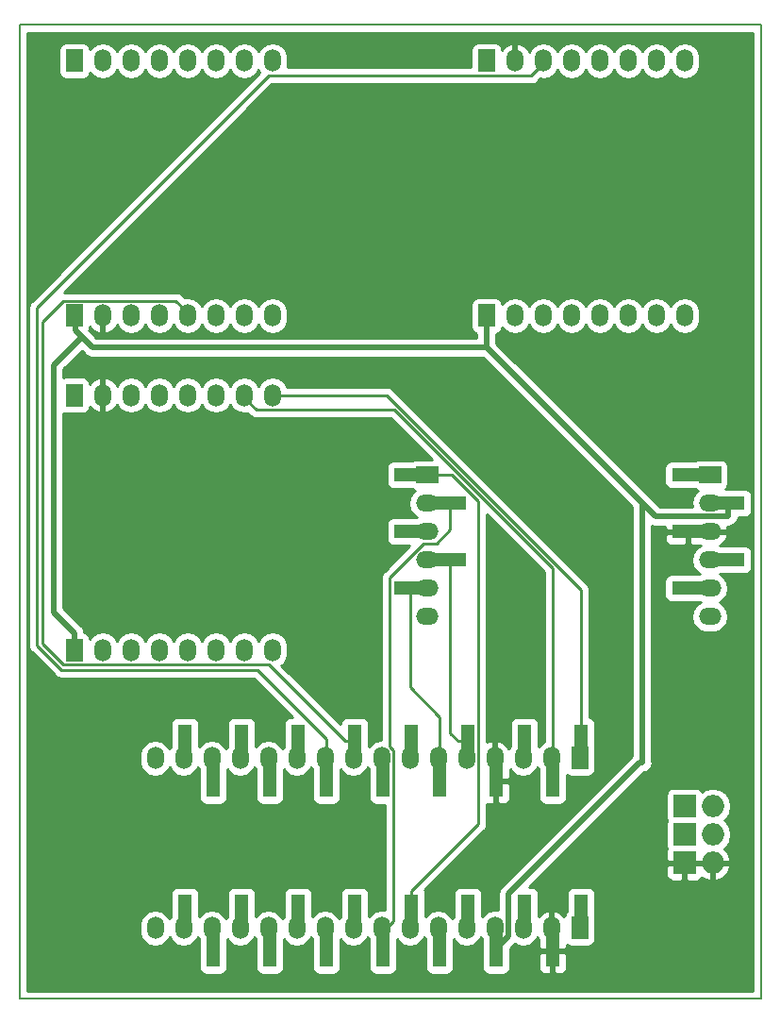
<source format=gbr>
%TF.GenerationSoftware,KiCad,Pcbnew,5.0.2+dfsg1-1*%
%TF.CreationDate,2020-04-12T10:59:42+02:00*%
%TF.ProjectId,fietslamp,66696574-736c-4616-9d70-2e6b69636164,rev?*%
%TF.SameCoordinates,Original*%
%TF.FileFunction,Copper,L1,Top*%
%TF.FilePolarity,Positive*%
%FSLAX46Y46*%
G04 Gerber Fmt 4.6, Leading zero omitted, Abs format (unit mm)*
G04 Created by KiCad (PCBNEW 5.0.2+dfsg1-1) date zo 12 apr 2020 10:59:42 CEST*
%MOMM*%
%LPD*%
G01*
G04 APERTURE LIST*
%ADD10C,0.150000*%
%ADD11R,2.000000X2.000000*%
%ADD12O,2.000000X2.000000*%
%ADD13R,1.500000X2.000000*%
%ADD14O,1.500000X2.000000*%
%ADD15O,2.000000X1.500000*%
%ADD16R,2.000000X1.500000*%
%ADD17R,1.270000X2.960000*%
%ADD18R,2.960000X1.270000*%
%ADD19C,0.250000*%
%ADD20C,0.508000*%
%ADD21C,0.254000*%
G04 APERTURE END LIST*
D10*
X74168000Y-41656000D02*
X140716000Y-41656000D01*
X74168000Y-129032000D02*
X74168000Y-41656000D01*
X140716000Y-129032000D02*
X74168000Y-129032000D01*
X140716000Y-41656000D02*
X140716000Y-129032000D01*
D11*
X133858000Y-116840000D03*
D12*
X136398000Y-116840000D03*
D11*
X133858000Y-114300000D03*
D12*
X136398000Y-114300000D03*
D13*
X124460000Y-122682000D03*
D14*
X121920000Y-122682000D03*
X119380000Y-122682000D03*
X116840000Y-122682000D03*
X114300000Y-122682000D03*
X111760000Y-122682000D03*
X109220000Y-122682000D03*
X106680000Y-122682000D03*
X104140000Y-122682000D03*
X101600000Y-122682000D03*
X99060000Y-122682000D03*
X96520000Y-122682000D03*
X93980000Y-122682000D03*
X91440000Y-122682000D03*
X88900000Y-122682000D03*
X86360000Y-122682000D03*
D15*
X136144000Y-94742000D03*
X136144000Y-92202000D03*
X136144000Y-89662000D03*
X136144000Y-87122000D03*
X136144000Y-84582000D03*
D16*
X136144000Y-82042000D03*
D17*
X104256000Y-121124000D03*
X109336000Y-121124000D03*
X111876000Y-124724000D03*
X101716000Y-124724000D03*
X106796000Y-124724000D03*
X96636000Y-124724000D03*
X91556000Y-124724000D03*
X89016000Y-121124000D03*
X99176000Y-121124000D03*
X94096000Y-121124000D03*
X119496000Y-121124000D03*
X124576000Y-121124000D03*
X114416000Y-121124000D03*
X116956000Y-124724000D03*
X122036000Y-124724000D03*
D14*
X96890000Y-74888000D03*
X94350000Y-74888000D03*
X91810000Y-74888000D03*
X89270000Y-74888000D03*
X86730000Y-74888000D03*
X84190000Y-74888000D03*
X81650000Y-74888000D03*
D13*
X79110000Y-74888000D03*
D14*
X133890000Y-44888000D03*
X131350000Y-44888000D03*
X128810000Y-44888000D03*
X126270000Y-44888000D03*
X123730000Y-44888000D03*
X121190000Y-44888000D03*
X118650000Y-44888000D03*
D13*
X116110000Y-44888000D03*
X79110000Y-97748000D03*
D14*
X81650000Y-97748000D03*
X84190000Y-97748000D03*
X86730000Y-97748000D03*
X89270000Y-97748000D03*
X91810000Y-97748000D03*
X94350000Y-97748000D03*
X96890000Y-97748000D03*
D13*
X116110000Y-67748000D03*
D14*
X118650000Y-67748000D03*
X121190000Y-67748000D03*
X123730000Y-67748000D03*
X126270000Y-67748000D03*
X128810000Y-67748000D03*
X131350000Y-67748000D03*
X133890000Y-67748000D03*
D17*
X122036000Y-109484000D03*
X116956000Y-109484000D03*
X114416000Y-105884000D03*
X124576000Y-105884000D03*
X119496000Y-105884000D03*
X106796000Y-109484000D03*
X101716000Y-109484000D03*
X111876000Y-109484000D03*
X109336000Y-105884000D03*
X104256000Y-105884000D03*
X94096000Y-105884000D03*
X99176000Y-105884000D03*
X89016000Y-105884000D03*
X91556000Y-109484000D03*
X96636000Y-109484000D03*
D18*
X134200000Y-87112000D03*
X134200000Y-82032000D03*
X134200000Y-92192000D03*
X137800000Y-89652000D03*
X137800000Y-84572000D03*
D14*
X96890000Y-67748000D03*
X94350000Y-67748000D03*
X91810000Y-67748000D03*
X89270000Y-67748000D03*
X86730000Y-67748000D03*
X84190000Y-67748000D03*
X81650000Y-67748000D03*
D13*
X79110000Y-67748000D03*
X79110000Y-44888000D03*
D14*
X81650000Y-44888000D03*
X84190000Y-44888000D03*
X86730000Y-44888000D03*
X89270000Y-44888000D03*
X91810000Y-44888000D03*
X94350000Y-44888000D03*
X96890000Y-44888000D03*
D18*
X112832000Y-84572000D03*
X112832000Y-89652000D03*
X109232000Y-92192000D03*
X109232000Y-82032000D03*
X109232000Y-87112000D03*
D16*
X110744000Y-82042000D03*
D15*
X110744000Y-84582000D03*
X110744000Y-87122000D03*
X110744000Y-89662000D03*
X110744000Y-92202000D03*
X110744000Y-94742000D03*
D14*
X86360000Y-107442000D03*
X88900000Y-107442000D03*
X91440000Y-107442000D03*
X93980000Y-107442000D03*
X96520000Y-107442000D03*
X99060000Y-107442000D03*
X101600000Y-107442000D03*
X104140000Y-107442000D03*
X106680000Y-107442000D03*
X109220000Y-107442000D03*
X111760000Y-107442000D03*
X114300000Y-107442000D03*
X116840000Y-107442000D03*
X119380000Y-107442000D03*
X121920000Y-107442000D03*
D13*
X124460000Y-107442000D03*
D12*
X136398000Y-111760000D03*
D11*
X133858000Y-111760000D03*
D19*
X113531000Y-105884000D02*
X114416000Y-105884000D01*
X112832000Y-105185000D02*
X113531000Y-105884000D01*
X112832000Y-89652000D02*
X112832000Y-105185000D01*
X109232000Y-92192000D02*
X109232000Y-101104000D01*
X111876000Y-103748000D02*
X111876000Y-109484000D01*
X109232000Y-101104000D02*
X111876000Y-103748000D01*
X110962000Y-82032000D02*
X109232000Y-82032000D01*
X112992002Y-82032000D02*
X110962000Y-82032000D01*
X115376001Y-84415999D02*
X112992002Y-82032000D01*
X115376001Y-113353999D02*
X115376001Y-84415999D01*
X109336000Y-119394000D02*
X115376001Y-113353999D01*
X109336000Y-121124000D02*
X109336000Y-119394000D01*
X112832000Y-84572000D02*
X112832000Y-86951998D01*
X107756001Y-122033999D02*
X106796000Y-122994000D01*
X112832000Y-86951998D02*
X111586988Y-88197010D01*
X106796000Y-122994000D02*
X106796000Y-124724000D01*
X107756001Y-106747708D02*
X107756001Y-122033999D01*
X107426999Y-106418706D02*
X107756001Y-106747708D01*
X111586988Y-88197010D02*
X110438697Y-88197010D01*
X110438697Y-88197010D02*
X107426999Y-91208708D01*
X107426999Y-91208708D02*
X107426999Y-106418706D01*
X75749990Y-97359402D02*
X75749990Y-66998010D01*
X77913607Y-99523019D02*
X75749990Y-97359402D01*
X95515022Y-99523020D02*
X77913607Y-99523019D01*
X101716000Y-109484000D02*
X101716000Y-105723998D01*
X101716000Y-105723998D02*
X95515022Y-99523020D01*
X121190000Y-45138000D02*
X121190000Y-44888000D01*
X120114990Y-46213010D02*
X121190000Y-45138000D01*
X96534990Y-46213010D02*
X120114990Y-46213010D01*
X75749990Y-66998010D02*
X96534990Y-46213010D01*
X94350000Y-75138000D02*
X94350000Y-74888000D01*
X107809422Y-76213010D02*
X95425010Y-76213010D01*
X95425010Y-76213010D02*
X94350000Y-75138000D01*
X122036000Y-90439588D02*
X107809422Y-76213010D01*
X122036000Y-109484000D02*
X122036000Y-90439588D01*
X124576000Y-104154000D02*
X124576000Y-105884000D01*
X124576000Y-92343178D02*
X124576000Y-104154000D01*
X107120822Y-74888000D02*
X124576000Y-92343178D01*
X96890000Y-74888000D02*
X107120822Y-74888000D01*
X89270000Y-67498000D02*
X89270000Y-67748000D01*
X88194990Y-66422990D02*
X89270000Y-67498000D01*
X104256000Y-105884000D02*
X103371000Y-105884000D01*
X78100008Y-66422990D02*
X88194990Y-66422990D01*
X103371000Y-105884000D02*
X96560010Y-99073010D01*
X96560010Y-99073010D02*
X78100008Y-99073010D01*
X78100008Y-99073010D02*
X76200000Y-97173002D01*
X76200000Y-97173002D02*
X76200000Y-68322998D01*
X76200000Y-68322998D02*
X78100008Y-66422990D01*
X116110000Y-67748000D02*
X116110000Y-67998000D01*
X79185010Y-69073010D02*
X79110000Y-68998000D01*
D20*
X137800000Y-85715000D02*
X137800000Y-84572000D01*
X131290303Y-85786010D02*
X137728990Y-85786010D01*
X137728990Y-85786010D02*
X137800000Y-85715000D01*
X130076293Y-84572000D02*
X131290303Y-85786010D01*
X79185010Y-67823010D02*
X79110000Y-67748000D01*
X79185010Y-69073010D02*
X79185010Y-67823010D01*
X118044010Y-123430717D02*
X116956000Y-124518727D01*
X118044010Y-119643788D02*
X118044010Y-123430717D01*
X129844093Y-107843705D02*
X118044010Y-119643788D01*
X116956000Y-124518727D02*
X116956000Y-124724000D01*
X130076293Y-107843705D02*
X129844093Y-107843705D01*
X130076293Y-107843705D02*
X130076293Y-84572000D01*
X116110000Y-70605707D02*
X116110000Y-67748000D01*
X130076293Y-84572000D02*
X116110000Y-70605707D01*
X116110000Y-70605707D02*
X80717707Y-70605707D01*
X79110000Y-96240000D02*
X79110000Y-97748000D01*
X77216000Y-94346000D02*
X79110000Y-96240000D01*
X77216000Y-72184000D02*
X77216000Y-94346000D01*
X79756000Y-69644000D02*
X77216000Y-72184000D01*
X79756000Y-69644000D02*
X79185010Y-69073010D01*
X80717707Y-70605707D02*
X79756000Y-69644000D01*
D21*
G36*
X140006001Y-128322000D02*
X74878000Y-128322000D01*
X74878000Y-66998010D01*
X74975102Y-66998010D01*
X74989991Y-67072862D01*
X74989990Y-97284555D01*
X74975102Y-97359402D01*
X74989990Y-97434249D01*
X74989990Y-97434253D01*
X75034086Y-97655938D01*
X75202061Y-97907331D01*
X75265520Y-97949733D01*
X77323280Y-100007494D01*
X77365678Y-100070947D01*
X77429131Y-100113345D01*
X77429134Y-100113348D01*
X77617070Y-100238923D01*
X77913607Y-100297907D01*
X77988460Y-100283018D01*
X95200221Y-100283020D01*
X98673760Y-103756560D01*
X98541000Y-103756560D01*
X98293235Y-103805843D01*
X98083191Y-103946191D01*
X97942843Y-104156235D01*
X97893560Y-104404000D01*
X97893560Y-106444768D01*
X97790000Y-106599757D01*
X97518529Y-106193471D01*
X97060400Y-105887359D01*
X96520000Y-105779867D01*
X95979601Y-105887359D01*
X95521472Y-106193471D01*
X95378440Y-106407533D01*
X95378440Y-104404000D01*
X95329157Y-104156235D01*
X95188809Y-103946191D01*
X94978765Y-103805843D01*
X94731000Y-103756560D01*
X93461000Y-103756560D01*
X93213235Y-103805843D01*
X93003191Y-103946191D01*
X92862843Y-104156235D01*
X92813560Y-104404000D01*
X92813560Y-106444768D01*
X92710000Y-106599757D01*
X92438529Y-106193471D01*
X91980400Y-105887359D01*
X91440000Y-105779867D01*
X90899601Y-105887359D01*
X90441472Y-106193471D01*
X90298440Y-106407533D01*
X90298440Y-104404000D01*
X90249157Y-104156235D01*
X90108809Y-103946191D01*
X89898765Y-103805843D01*
X89651000Y-103756560D01*
X88381000Y-103756560D01*
X88133235Y-103805843D01*
X87923191Y-103946191D01*
X87782843Y-104156235D01*
X87733560Y-104404000D01*
X87733560Y-106444768D01*
X87630000Y-106599757D01*
X87358529Y-106193471D01*
X86900400Y-105887359D01*
X86360000Y-105779867D01*
X85819601Y-105887359D01*
X85361472Y-106193471D01*
X85055359Y-106651600D01*
X84975000Y-107055593D01*
X84975000Y-107828406D01*
X85055359Y-108232399D01*
X85361471Y-108690528D01*
X85819600Y-108996641D01*
X86360000Y-109104133D01*
X86900399Y-108996641D01*
X87358528Y-108690529D01*
X87630000Y-108284243D01*
X87901471Y-108690528D01*
X88359600Y-108996641D01*
X88900000Y-109104133D01*
X89440399Y-108996641D01*
X89898528Y-108690529D01*
X90170000Y-108284243D01*
X90273560Y-108439231D01*
X90273560Y-110964000D01*
X90322843Y-111211765D01*
X90463191Y-111421809D01*
X90673235Y-111562157D01*
X90921000Y-111611440D01*
X92191000Y-111611440D01*
X92438765Y-111562157D01*
X92648809Y-111421809D01*
X92789157Y-111211765D01*
X92838440Y-110964000D01*
X92838440Y-108476467D01*
X92981471Y-108690528D01*
X93439600Y-108996641D01*
X93980000Y-109104133D01*
X94520399Y-108996641D01*
X94978528Y-108690529D01*
X95250000Y-108284243D01*
X95353560Y-108439231D01*
X95353560Y-110964000D01*
X95402843Y-111211765D01*
X95543191Y-111421809D01*
X95753235Y-111562157D01*
X96001000Y-111611440D01*
X97271000Y-111611440D01*
X97518765Y-111562157D01*
X97728809Y-111421809D01*
X97869157Y-111211765D01*
X97918440Y-110964000D01*
X97918440Y-108476467D01*
X98061471Y-108690528D01*
X98519600Y-108996641D01*
X99060000Y-109104133D01*
X99600399Y-108996641D01*
X100058528Y-108690529D01*
X100330000Y-108284243D01*
X100433560Y-108439231D01*
X100433560Y-110964000D01*
X100482843Y-111211765D01*
X100623191Y-111421809D01*
X100833235Y-111562157D01*
X101081000Y-111611440D01*
X102351000Y-111611440D01*
X102598765Y-111562157D01*
X102808809Y-111421809D01*
X102949157Y-111211765D01*
X102998440Y-110964000D01*
X102998440Y-108476467D01*
X103141471Y-108690528D01*
X103599600Y-108996641D01*
X104140000Y-109104133D01*
X104680399Y-108996641D01*
X105138528Y-108690529D01*
X105410000Y-108284243D01*
X105513560Y-108439231D01*
X105513560Y-110964000D01*
X105562843Y-111211765D01*
X105703191Y-111421809D01*
X105913235Y-111562157D01*
X106161000Y-111611440D01*
X106996001Y-111611440D01*
X106996002Y-121082724D01*
X106680000Y-121019867D01*
X106139601Y-121127359D01*
X105681472Y-121433471D01*
X105538440Y-121647533D01*
X105538440Y-119644000D01*
X105489157Y-119396235D01*
X105348809Y-119186191D01*
X105138765Y-119045843D01*
X104891000Y-118996560D01*
X103621000Y-118996560D01*
X103373235Y-119045843D01*
X103163191Y-119186191D01*
X103022843Y-119396235D01*
X102973560Y-119644000D01*
X102973560Y-121684768D01*
X102870000Y-121839757D01*
X102598529Y-121433471D01*
X102140400Y-121127359D01*
X101600000Y-121019867D01*
X101059601Y-121127359D01*
X100601472Y-121433471D01*
X100458440Y-121647533D01*
X100458440Y-119644000D01*
X100409157Y-119396235D01*
X100268809Y-119186191D01*
X100058765Y-119045843D01*
X99811000Y-118996560D01*
X98541000Y-118996560D01*
X98293235Y-119045843D01*
X98083191Y-119186191D01*
X97942843Y-119396235D01*
X97893560Y-119644000D01*
X97893560Y-121684768D01*
X97790000Y-121839757D01*
X97518529Y-121433471D01*
X97060400Y-121127359D01*
X96520000Y-121019867D01*
X95979601Y-121127359D01*
X95521472Y-121433471D01*
X95378440Y-121647533D01*
X95378440Y-119644000D01*
X95329157Y-119396235D01*
X95188809Y-119186191D01*
X94978765Y-119045843D01*
X94731000Y-118996560D01*
X93461000Y-118996560D01*
X93213235Y-119045843D01*
X93003191Y-119186191D01*
X92862843Y-119396235D01*
X92813560Y-119644000D01*
X92813560Y-121684768D01*
X92710000Y-121839757D01*
X92438529Y-121433471D01*
X91980400Y-121127359D01*
X91440000Y-121019867D01*
X90899601Y-121127359D01*
X90441472Y-121433471D01*
X90298440Y-121647533D01*
X90298440Y-119644000D01*
X90249157Y-119396235D01*
X90108809Y-119186191D01*
X89898765Y-119045843D01*
X89651000Y-118996560D01*
X88381000Y-118996560D01*
X88133235Y-119045843D01*
X87923191Y-119186191D01*
X87782843Y-119396235D01*
X87733560Y-119644000D01*
X87733560Y-121684768D01*
X87630000Y-121839757D01*
X87358529Y-121433471D01*
X86900400Y-121127359D01*
X86360000Y-121019867D01*
X85819601Y-121127359D01*
X85361472Y-121433471D01*
X85055359Y-121891600D01*
X84975000Y-122295593D01*
X84975000Y-123068406D01*
X85055359Y-123472399D01*
X85361471Y-123930528D01*
X85819600Y-124236641D01*
X86360000Y-124344133D01*
X86900399Y-124236641D01*
X87358528Y-123930529D01*
X87630000Y-123524243D01*
X87901471Y-123930528D01*
X88359600Y-124236641D01*
X88900000Y-124344133D01*
X89440399Y-124236641D01*
X89898528Y-123930529D01*
X90170000Y-123524243D01*
X90273560Y-123679231D01*
X90273560Y-126204000D01*
X90322843Y-126451765D01*
X90463191Y-126661809D01*
X90673235Y-126802157D01*
X90921000Y-126851440D01*
X92191000Y-126851440D01*
X92438765Y-126802157D01*
X92648809Y-126661809D01*
X92789157Y-126451765D01*
X92838440Y-126204000D01*
X92838440Y-123716467D01*
X92981471Y-123930528D01*
X93439600Y-124236641D01*
X93980000Y-124344133D01*
X94520399Y-124236641D01*
X94978528Y-123930529D01*
X95250000Y-123524243D01*
X95353560Y-123679231D01*
X95353560Y-126204000D01*
X95402843Y-126451765D01*
X95543191Y-126661809D01*
X95753235Y-126802157D01*
X96001000Y-126851440D01*
X97271000Y-126851440D01*
X97518765Y-126802157D01*
X97728809Y-126661809D01*
X97869157Y-126451765D01*
X97918440Y-126204000D01*
X97918440Y-123716467D01*
X98061471Y-123930528D01*
X98519600Y-124236641D01*
X99060000Y-124344133D01*
X99600399Y-124236641D01*
X100058528Y-123930529D01*
X100330000Y-123524243D01*
X100433560Y-123679231D01*
X100433560Y-126204000D01*
X100482843Y-126451765D01*
X100623191Y-126661809D01*
X100833235Y-126802157D01*
X101081000Y-126851440D01*
X102351000Y-126851440D01*
X102598765Y-126802157D01*
X102808809Y-126661809D01*
X102949157Y-126451765D01*
X102998440Y-126204000D01*
X102998440Y-123716467D01*
X103141471Y-123930528D01*
X103599600Y-124236641D01*
X104140000Y-124344133D01*
X104680399Y-124236641D01*
X105138528Y-123930529D01*
X105410000Y-123524243D01*
X105513560Y-123679231D01*
X105513560Y-126204000D01*
X105562843Y-126451765D01*
X105703191Y-126661809D01*
X105913235Y-126802157D01*
X106161000Y-126851440D01*
X107431000Y-126851440D01*
X107678765Y-126802157D01*
X107888809Y-126661809D01*
X108029157Y-126451765D01*
X108078440Y-126204000D01*
X108078440Y-123716467D01*
X108221471Y-123930528D01*
X108679600Y-124236641D01*
X109220000Y-124344133D01*
X109760399Y-124236641D01*
X110218528Y-123930529D01*
X110490000Y-123524243D01*
X110593560Y-123679231D01*
X110593560Y-126204000D01*
X110642843Y-126451765D01*
X110783191Y-126661809D01*
X110993235Y-126802157D01*
X111241000Y-126851440D01*
X112511000Y-126851440D01*
X112758765Y-126802157D01*
X112968809Y-126661809D01*
X113109157Y-126451765D01*
X113158440Y-126204000D01*
X113158440Y-123716467D01*
X113301471Y-123930528D01*
X113759600Y-124236641D01*
X114300000Y-124344133D01*
X114840399Y-124236641D01*
X115298528Y-123930529D01*
X115570000Y-123524243D01*
X115673560Y-123679231D01*
X115673560Y-126204000D01*
X115722843Y-126451765D01*
X115863191Y-126661809D01*
X116073235Y-126802157D01*
X116321000Y-126851440D01*
X117591000Y-126851440D01*
X117838765Y-126802157D01*
X118048809Y-126661809D01*
X118189157Y-126451765D01*
X118238440Y-126204000D01*
X118238440Y-125009750D01*
X120766000Y-125009750D01*
X120766000Y-126330310D01*
X120862673Y-126563699D01*
X121041302Y-126742327D01*
X121274691Y-126839000D01*
X121750250Y-126839000D01*
X121909000Y-126680250D01*
X121909000Y-124851000D01*
X122163000Y-124851000D01*
X122163000Y-126680250D01*
X122321750Y-126839000D01*
X122797309Y-126839000D01*
X123030698Y-126742327D01*
X123209327Y-126563699D01*
X123306000Y-126330310D01*
X123306000Y-125009750D01*
X123147250Y-124851000D01*
X122163000Y-124851000D01*
X121909000Y-124851000D01*
X120924750Y-124851000D01*
X120766000Y-125009750D01*
X118238440Y-125009750D01*
X118238440Y-124493523D01*
X118610716Y-124121246D01*
X118638809Y-124102476D01*
X118839600Y-124236641D01*
X119380000Y-124344133D01*
X119920399Y-124236641D01*
X120378528Y-123930529D01*
X120658553Y-123511443D01*
X120670036Y-123553721D01*
X120766000Y-123677905D01*
X120766000Y-124438250D01*
X120924750Y-124597000D01*
X121909000Y-124597000D01*
X121909000Y-122767750D01*
X121773000Y-122631750D01*
X121773000Y-122555000D01*
X121793000Y-122555000D01*
X121793000Y-121212344D01*
X122047000Y-121212344D01*
X122047000Y-122555000D01*
X122067000Y-122555000D01*
X122067000Y-122809000D01*
X122047000Y-122809000D01*
X122047000Y-124151656D01*
X122163000Y-124218088D01*
X122163000Y-124597000D01*
X123147250Y-124597000D01*
X123306000Y-124438250D01*
X123306000Y-124175763D01*
X123462235Y-124280157D01*
X123710000Y-124329440D01*
X125210000Y-124329440D01*
X125457765Y-124280157D01*
X125667809Y-124139809D01*
X125808157Y-123929765D01*
X125857440Y-123682000D01*
X125857440Y-122609027D01*
X125858440Y-122604000D01*
X125858440Y-119644000D01*
X125809157Y-119396235D01*
X125668809Y-119186191D01*
X125458765Y-119045843D01*
X125211000Y-118996560D01*
X123941000Y-118996560D01*
X123693235Y-119045843D01*
X123483191Y-119186191D01*
X123342843Y-119396235D01*
X123293560Y-119644000D01*
X123293560Y-121196549D01*
X123252191Y-121224191D01*
X123111843Y-121434235D01*
X123064254Y-121673483D01*
X122836894Y-121379264D01*
X122364235Y-121108519D01*
X122261185Y-121089682D01*
X122047000Y-121212344D01*
X121793000Y-121212344D01*
X121578815Y-121089682D01*
X121475765Y-121108519D01*
X121003106Y-121379264D01*
X120778440Y-121669997D01*
X120778440Y-119644000D01*
X120729157Y-119396235D01*
X120588809Y-119186191D01*
X120378765Y-119045843D01*
X120131000Y-118996560D01*
X119948473Y-118996560D01*
X121819283Y-117125750D01*
X132223000Y-117125750D01*
X132223000Y-117966310D01*
X132319673Y-118199699D01*
X132498302Y-118378327D01*
X132731691Y-118475000D01*
X133572250Y-118475000D01*
X133731000Y-118316250D01*
X133731000Y-116967000D01*
X133985000Y-116967000D01*
X133985000Y-118316250D01*
X134143750Y-118475000D01*
X134984309Y-118475000D01*
X135217698Y-118378327D01*
X135396327Y-118199699D01*
X135419568Y-118143590D01*
X135438006Y-118163505D01*
X136017565Y-118430133D01*
X136271000Y-118311319D01*
X136271000Y-116967000D01*
X136525000Y-116967000D01*
X136525000Y-118311319D01*
X136778435Y-118430133D01*
X137357994Y-118163505D01*
X137791402Y-117695385D01*
X137988124Y-117220434D01*
X137868777Y-116967000D01*
X136525000Y-116967000D01*
X136271000Y-116967000D01*
X133985000Y-116967000D01*
X133731000Y-116967000D01*
X132381750Y-116967000D01*
X132223000Y-117125750D01*
X121819283Y-117125750D01*
X128185033Y-110760000D01*
X132210560Y-110760000D01*
X132210560Y-112760000D01*
X132259843Y-113007765D01*
X132274700Y-113030000D01*
X132259843Y-113052235D01*
X132210560Y-113300000D01*
X132210560Y-115300000D01*
X132259843Y-115547765D01*
X132279526Y-115577223D01*
X132223000Y-115713690D01*
X132223000Y-116554250D01*
X132381750Y-116713000D01*
X133731000Y-116713000D01*
X133731000Y-116693000D01*
X133985000Y-116693000D01*
X133985000Y-116713000D01*
X136271000Y-116713000D01*
X136271000Y-116693000D01*
X136525000Y-116693000D01*
X136525000Y-116713000D01*
X137868777Y-116713000D01*
X137988124Y-116459566D01*
X137791402Y-115984615D01*
X137420029Y-115583499D01*
X137576769Y-115478769D01*
X137938136Y-114937945D01*
X138065031Y-114300000D01*
X137938136Y-113662055D01*
X137576769Y-113121231D01*
X137440232Y-113030000D01*
X137576769Y-112938769D01*
X137938136Y-112397945D01*
X138065031Y-111760000D01*
X137938136Y-111122055D01*
X137576769Y-110581231D01*
X137035945Y-110219864D01*
X136559031Y-110125000D01*
X136236969Y-110125000D01*
X135760055Y-110219864D01*
X135414900Y-110450489D01*
X135315809Y-110302191D01*
X135105765Y-110161843D01*
X134858000Y-110112560D01*
X132858000Y-110112560D01*
X132610235Y-110161843D01*
X132400191Y-110302191D01*
X132259843Y-110512235D01*
X132210560Y-110760000D01*
X128185033Y-110760000D01*
X130224367Y-108720667D01*
X130423163Y-108681124D01*
X130717226Y-108484638D01*
X130913712Y-108190575D01*
X130982709Y-107843705D01*
X130965293Y-107756149D01*
X130965293Y-91557000D01*
X132072560Y-91557000D01*
X132072560Y-92827000D01*
X132121843Y-93074765D01*
X132262191Y-93284809D01*
X132472235Y-93425157D01*
X132720000Y-93474440D01*
X135298104Y-93474440D01*
X134895471Y-93743471D01*
X134589359Y-94201600D01*
X134481867Y-94742000D01*
X134589359Y-95282400D01*
X134895471Y-95740529D01*
X135353600Y-96046641D01*
X135757593Y-96127000D01*
X136530407Y-96127000D01*
X136934400Y-96046641D01*
X137392529Y-95740529D01*
X137698641Y-95282400D01*
X137806133Y-94742000D01*
X137698641Y-94201600D01*
X137392529Y-93743471D01*
X136986244Y-93472000D01*
X137392529Y-93200529D01*
X137698641Y-92742400D01*
X137806133Y-92202000D01*
X137698641Y-91661600D01*
X137392529Y-91203471D01*
X136989896Y-90934440D01*
X139280000Y-90934440D01*
X139527765Y-90885157D01*
X139737809Y-90744809D01*
X139878157Y-90534765D01*
X139927440Y-90287000D01*
X139927440Y-89017000D01*
X139878157Y-88769235D01*
X139737809Y-88559191D01*
X139527765Y-88418843D01*
X139280000Y-88369560D01*
X137018832Y-88369560D01*
X137446736Y-88038894D01*
X137717481Y-87566235D01*
X137736318Y-87463185D01*
X137613656Y-87249000D01*
X136271000Y-87249000D01*
X136271000Y-87269000D01*
X136186250Y-87269000D01*
X136156250Y-87239000D01*
X134327000Y-87239000D01*
X134327000Y-88223250D01*
X134485750Y-88382000D01*
X135309229Y-88382000D01*
X135314557Y-88383447D01*
X134895471Y-88663471D01*
X134589359Y-89121600D01*
X134481867Y-89662000D01*
X134589359Y-90202400D01*
X134895471Y-90660529D01*
X135268172Y-90909560D01*
X132720000Y-90909560D01*
X132472235Y-90958843D01*
X132262191Y-91099191D01*
X132121843Y-91309235D01*
X132072560Y-91557000D01*
X130965293Y-91557000D01*
X130965293Y-87397750D01*
X132085000Y-87397750D01*
X132085000Y-87873309D01*
X132181673Y-88106698D01*
X132360301Y-88285327D01*
X132593690Y-88382000D01*
X133914250Y-88382000D01*
X134073000Y-88223250D01*
X134073000Y-87239000D01*
X132243750Y-87239000D01*
X132085000Y-87397750D01*
X130965293Y-87397750D01*
X130965293Y-86627777D01*
X131202747Y-86675010D01*
X131202751Y-86675010D01*
X131290302Y-86692425D01*
X131377853Y-86675010D01*
X132085000Y-86675010D01*
X132085000Y-86826250D01*
X132243750Y-86985000D01*
X134073000Y-86985000D01*
X134073000Y-86965000D01*
X134327000Y-86965000D01*
X134327000Y-86985000D01*
X134668617Y-86985000D01*
X134674344Y-86995000D01*
X136017000Y-86995000D01*
X136017000Y-86985000D01*
X136156250Y-86985000D01*
X136166250Y-86975000D01*
X136271000Y-86975000D01*
X136271000Y-86995000D01*
X137613656Y-86995000D01*
X137736318Y-86780815D01*
X137719828Y-86690603D01*
X137728990Y-86692426D01*
X137816545Y-86675010D01*
X137816546Y-86675010D01*
X138075860Y-86623429D01*
X138369923Y-86426943D01*
X138398366Y-86384375D01*
X138440933Y-86355933D01*
X138637419Y-86061870D01*
X138678680Y-85854440D01*
X139280000Y-85854440D01*
X139527765Y-85805157D01*
X139737809Y-85664809D01*
X139878157Y-85454765D01*
X139927440Y-85207000D01*
X139927440Y-83937000D01*
X139878157Y-83689235D01*
X139737809Y-83479191D01*
X139527765Y-83338843D01*
X139280000Y-83289560D01*
X137542318Y-83289560D01*
X137601809Y-83249809D01*
X137742157Y-83039765D01*
X137791440Y-82792000D01*
X137791440Y-81292000D01*
X137742157Y-81044235D01*
X137601809Y-80834191D01*
X137391765Y-80693843D01*
X137144000Y-80644560D01*
X135144000Y-80644560D01*
X134896235Y-80693843D01*
X134812849Y-80749560D01*
X132720000Y-80749560D01*
X132472235Y-80798843D01*
X132262191Y-80939191D01*
X132121843Y-81149235D01*
X132072560Y-81397000D01*
X132072560Y-82667000D01*
X132121843Y-82914765D01*
X132262191Y-83124809D01*
X132472235Y-83265157D01*
X132720000Y-83314440D01*
X134782917Y-83314440D01*
X134896235Y-83390157D01*
X135118592Y-83434386D01*
X134895471Y-83583471D01*
X134589359Y-84041600D01*
X134481867Y-84582000D01*
X134544526Y-84897010D01*
X131658539Y-84897010D01*
X130766824Y-84005296D01*
X130717226Y-83931067D01*
X130643000Y-83881471D01*
X116999000Y-70237472D01*
X116999000Y-69367791D01*
X117107765Y-69346157D01*
X117317809Y-69205809D01*
X117458157Y-68995765D01*
X117502386Y-68773407D01*
X117651472Y-68996529D01*
X118109601Y-69302641D01*
X118650000Y-69410133D01*
X119190400Y-69302641D01*
X119648529Y-68996529D01*
X119920000Y-68590243D01*
X120191472Y-68996529D01*
X120649601Y-69302641D01*
X121190000Y-69410133D01*
X121730400Y-69302641D01*
X122188529Y-68996529D01*
X122460000Y-68590243D01*
X122731472Y-68996529D01*
X123189601Y-69302641D01*
X123730000Y-69410133D01*
X124270400Y-69302641D01*
X124728529Y-68996529D01*
X125000000Y-68590243D01*
X125271472Y-68996529D01*
X125729601Y-69302641D01*
X126270000Y-69410133D01*
X126810400Y-69302641D01*
X127268529Y-68996529D01*
X127540000Y-68590243D01*
X127811472Y-68996529D01*
X128269601Y-69302641D01*
X128810000Y-69410133D01*
X129350400Y-69302641D01*
X129808529Y-68996529D01*
X130080000Y-68590243D01*
X130351472Y-68996529D01*
X130809601Y-69302641D01*
X131350000Y-69410133D01*
X131890400Y-69302641D01*
X132348529Y-68996529D01*
X132620000Y-68590243D01*
X132891472Y-68996529D01*
X133349601Y-69302641D01*
X133890000Y-69410133D01*
X134430400Y-69302641D01*
X134888529Y-68996529D01*
X135194641Y-68538399D01*
X135275000Y-68134406D01*
X135275000Y-67361593D01*
X135194641Y-66957600D01*
X134888528Y-66499471D01*
X134430399Y-66193359D01*
X133890000Y-66085867D01*
X133349600Y-66193359D01*
X132891471Y-66499472D01*
X132620000Y-66905757D01*
X132348528Y-66499471D01*
X131890399Y-66193359D01*
X131350000Y-66085867D01*
X130809600Y-66193359D01*
X130351471Y-66499472D01*
X130080000Y-66905757D01*
X129808528Y-66499471D01*
X129350399Y-66193359D01*
X128810000Y-66085867D01*
X128269600Y-66193359D01*
X127811471Y-66499472D01*
X127540000Y-66905757D01*
X127268528Y-66499471D01*
X126810399Y-66193359D01*
X126270000Y-66085867D01*
X125729600Y-66193359D01*
X125271471Y-66499472D01*
X125000000Y-66905757D01*
X124728528Y-66499471D01*
X124270399Y-66193359D01*
X123730000Y-66085867D01*
X123189600Y-66193359D01*
X122731471Y-66499472D01*
X122460000Y-66905757D01*
X122188528Y-66499471D01*
X121730399Y-66193359D01*
X121190000Y-66085867D01*
X120649600Y-66193359D01*
X120191471Y-66499472D01*
X119920000Y-66905757D01*
X119648528Y-66499471D01*
X119190399Y-66193359D01*
X118650000Y-66085867D01*
X118109600Y-66193359D01*
X117651471Y-66499472D01*
X117502386Y-66722593D01*
X117458157Y-66500235D01*
X117317809Y-66290191D01*
X117107765Y-66149843D01*
X116860000Y-66100560D01*
X115360000Y-66100560D01*
X115112235Y-66149843D01*
X114902191Y-66290191D01*
X114761843Y-66500235D01*
X114712560Y-66748000D01*
X114712560Y-68748000D01*
X114761843Y-68995765D01*
X114902191Y-69205809D01*
X115112235Y-69346157D01*
X115221000Y-69367792D01*
X115221000Y-69716707D01*
X81085943Y-69716707D01*
X80446531Y-69077296D01*
X80446529Y-69077293D01*
X80446525Y-69077289D01*
X80425105Y-69045231D01*
X80458157Y-68995765D01*
X80505746Y-68756517D01*
X80733106Y-69050736D01*
X81205765Y-69321481D01*
X81308815Y-69340318D01*
X81523000Y-69217656D01*
X81523000Y-67875000D01*
X81503000Y-67875000D01*
X81503000Y-67621000D01*
X81523000Y-67621000D01*
X81523000Y-67601000D01*
X81777000Y-67601000D01*
X81777000Y-67621000D01*
X81797000Y-67621000D01*
X81797000Y-67875000D01*
X81777000Y-67875000D01*
X81777000Y-69217656D01*
X81991185Y-69340318D01*
X82094235Y-69321481D01*
X82566894Y-69050736D01*
X82899964Y-68619721D01*
X82911447Y-68577443D01*
X83191472Y-68996529D01*
X83649601Y-69302641D01*
X84190000Y-69410133D01*
X84730400Y-69302641D01*
X85188529Y-68996529D01*
X85460000Y-68590243D01*
X85731472Y-68996529D01*
X86189601Y-69302641D01*
X86730000Y-69410133D01*
X87270400Y-69302641D01*
X87728529Y-68996529D01*
X88000000Y-68590243D01*
X88271472Y-68996529D01*
X88729601Y-69302641D01*
X89270000Y-69410133D01*
X89810400Y-69302641D01*
X90268529Y-68996529D01*
X90540000Y-68590243D01*
X90811472Y-68996529D01*
X91269601Y-69302641D01*
X91810000Y-69410133D01*
X92350400Y-69302641D01*
X92808529Y-68996529D01*
X93080000Y-68590243D01*
X93351472Y-68996529D01*
X93809601Y-69302641D01*
X94350000Y-69410133D01*
X94890400Y-69302641D01*
X95348529Y-68996529D01*
X95620000Y-68590243D01*
X95891472Y-68996529D01*
X96349601Y-69302641D01*
X96890000Y-69410133D01*
X97430400Y-69302641D01*
X97888529Y-68996529D01*
X98194641Y-68538399D01*
X98275000Y-68134406D01*
X98275000Y-67361593D01*
X98194641Y-66957600D01*
X97888528Y-66499471D01*
X97430399Y-66193359D01*
X96890000Y-66085867D01*
X96349600Y-66193359D01*
X95891471Y-66499472D01*
X95620000Y-66905757D01*
X95348528Y-66499471D01*
X94890399Y-66193359D01*
X94350000Y-66085867D01*
X93809600Y-66193359D01*
X93351471Y-66499472D01*
X93080000Y-66905757D01*
X92808528Y-66499471D01*
X92350399Y-66193359D01*
X91810000Y-66085867D01*
X91269600Y-66193359D01*
X90811471Y-66499472D01*
X90540000Y-66905757D01*
X90268528Y-66499471D01*
X89810399Y-66193359D01*
X89270000Y-66085867D01*
X88988635Y-66141834D01*
X88785321Y-65938520D01*
X88742919Y-65875061D01*
X88491527Y-65707086D01*
X88269842Y-65662990D01*
X88269837Y-65662990D01*
X88194990Y-65648102D01*
X88120143Y-65662990D01*
X78174854Y-65662990D01*
X78162307Y-65660494D01*
X96849792Y-46973010D01*
X120040143Y-46973010D01*
X120114990Y-46987898D01*
X120189837Y-46973010D01*
X120189842Y-46973010D01*
X120411527Y-46928914D01*
X120662919Y-46760939D01*
X120705321Y-46697480D01*
X120908635Y-46494166D01*
X121190000Y-46550133D01*
X121730400Y-46442641D01*
X122188529Y-46136529D01*
X122460000Y-45730243D01*
X122731472Y-46136529D01*
X123189601Y-46442641D01*
X123730000Y-46550133D01*
X124270400Y-46442641D01*
X124728529Y-46136529D01*
X125000000Y-45730243D01*
X125271472Y-46136529D01*
X125729601Y-46442641D01*
X126270000Y-46550133D01*
X126810400Y-46442641D01*
X127268529Y-46136529D01*
X127540000Y-45730243D01*
X127811472Y-46136529D01*
X128269601Y-46442641D01*
X128810000Y-46550133D01*
X129350400Y-46442641D01*
X129808529Y-46136529D01*
X130080000Y-45730243D01*
X130351472Y-46136529D01*
X130809601Y-46442641D01*
X131350000Y-46550133D01*
X131890400Y-46442641D01*
X132348529Y-46136529D01*
X132620000Y-45730243D01*
X132891472Y-46136529D01*
X133349601Y-46442641D01*
X133890000Y-46550133D01*
X134430400Y-46442641D01*
X134888529Y-46136529D01*
X135194641Y-45678399D01*
X135275000Y-45274406D01*
X135275000Y-44501593D01*
X135194641Y-44097600D01*
X134888528Y-43639471D01*
X134430399Y-43333359D01*
X133890000Y-43225867D01*
X133349600Y-43333359D01*
X132891471Y-43639472D01*
X132620000Y-44045757D01*
X132348528Y-43639471D01*
X131890399Y-43333359D01*
X131350000Y-43225867D01*
X130809600Y-43333359D01*
X130351471Y-43639472D01*
X130080000Y-44045757D01*
X129808528Y-43639471D01*
X129350399Y-43333359D01*
X128810000Y-43225867D01*
X128269600Y-43333359D01*
X127811471Y-43639472D01*
X127540000Y-44045757D01*
X127268528Y-43639471D01*
X126810399Y-43333359D01*
X126270000Y-43225867D01*
X125729600Y-43333359D01*
X125271471Y-43639472D01*
X125000000Y-44045757D01*
X124728528Y-43639471D01*
X124270399Y-43333359D01*
X123730000Y-43225867D01*
X123189600Y-43333359D01*
X122731471Y-43639472D01*
X122460000Y-44045757D01*
X122188528Y-43639471D01*
X121730399Y-43333359D01*
X121190000Y-43225867D01*
X120649600Y-43333359D01*
X120191471Y-43639472D01*
X119911447Y-44058557D01*
X119899964Y-44016279D01*
X119566894Y-43585264D01*
X119094235Y-43314519D01*
X118991185Y-43295682D01*
X118777000Y-43418344D01*
X118777000Y-44761000D01*
X118797000Y-44761000D01*
X118797000Y-45015000D01*
X118777000Y-45015000D01*
X118777000Y-45035000D01*
X118523000Y-45035000D01*
X118523000Y-45015000D01*
X118503000Y-45015000D01*
X118503000Y-44761000D01*
X118523000Y-44761000D01*
X118523000Y-43418344D01*
X118308815Y-43295682D01*
X118205765Y-43314519D01*
X117733106Y-43585264D01*
X117505746Y-43879483D01*
X117458157Y-43640235D01*
X117317809Y-43430191D01*
X117107765Y-43289843D01*
X116860000Y-43240560D01*
X115360000Y-43240560D01*
X115112235Y-43289843D01*
X114902191Y-43430191D01*
X114761843Y-43640235D01*
X114712560Y-43888000D01*
X114712560Y-45453010D01*
X98239474Y-45453010D01*
X98275000Y-45274406D01*
X98275000Y-44501593D01*
X98194641Y-44097600D01*
X97888528Y-43639471D01*
X97430399Y-43333359D01*
X96890000Y-43225867D01*
X96349600Y-43333359D01*
X95891471Y-43639472D01*
X95620000Y-44045757D01*
X95348528Y-43639471D01*
X94890399Y-43333359D01*
X94350000Y-43225867D01*
X93809600Y-43333359D01*
X93351471Y-43639472D01*
X93080000Y-44045757D01*
X92808528Y-43639471D01*
X92350399Y-43333359D01*
X91810000Y-43225867D01*
X91269600Y-43333359D01*
X90811471Y-43639472D01*
X90540000Y-44045757D01*
X90268528Y-43639471D01*
X89810399Y-43333359D01*
X89270000Y-43225867D01*
X88729600Y-43333359D01*
X88271471Y-43639472D01*
X88000000Y-44045757D01*
X87728528Y-43639471D01*
X87270399Y-43333359D01*
X86730000Y-43225867D01*
X86189600Y-43333359D01*
X85731471Y-43639472D01*
X85460000Y-44045757D01*
X85188528Y-43639471D01*
X84730399Y-43333359D01*
X84190000Y-43225867D01*
X83649600Y-43333359D01*
X83191471Y-43639472D01*
X82920000Y-44045757D01*
X82648528Y-43639471D01*
X82190399Y-43333359D01*
X81650000Y-43225867D01*
X81109600Y-43333359D01*
X80651471Y-43639472D01*
X80502386Y-43862593D01*
X80458157Y-43640235D01*
X80317809Y-43430191D01*
X80107765Y-43289843D01*
X79860000Y-43240560D01*
X78360000Y-43240560D01*
X78112235Y-43289843D01*
X77902191Y-43430191D01*
X77761843Y-43640235D01*
X77712560Y-43888000D01*
X77712560Y-45888000D01*
X77761843Y-46135765D01*
X77902191Y-46345809D01*
X78112235Y-46486157D01*
X78360000Y-46535440D01*
X79860000Y-46535440D01*
X80107765Y-46486157D01*
X80317809Y-46345809D01*
X80458157Y-46135765D01*
X80502386Y-45913407D01*
X80651472Y-46136529D01*
X81109601Y-46442641D01*
X81650000Y-46550133D01*
X82190400Y-46442641D01*
X82648529Y-46136529D01*
X82920000Y-45730243D01*
X83191472Y-46136529D01*
X83649601Y-46442641D01*
X84190000Y-46550133D01*
X84730400Y-46442641D01*
X85188529Y-46136529D01*
X85460000Y-45730243D01*
X85731472Y-46136529D01*
X86189601Y-46442641D01*
X86730000Y-46550133D01*
X87270400Y-46442641D01*
X87728529Y-46136529D01*
X88000000Y-45730243D01*
X88271472Y-46136529D01*
X88729601Y-46442641D01*
X89270000Y-46550133D01*
X89810400Y-46442641D01*
X90268529Y-46136529D01*
X90540000Y-45730243D01*
X90811472Y-46136529D01*
X91269601Y-46442641D01*
X91810000Y-46550133D01*
X92350400Y-46442641D01*
X92808529Y-46136529D01*
X93080000Y-45730243D01*
X93351472Y-46136529D01*
X93809601Y-46442641D01*
X94350000Y-46550133D01*
X94890400Y-46442641D01*
X95348529Y-46136529D01*
X95620000Y-45730243D01*
X95749358Y-45923840D01*
X75265518Y-66407681D01*
X75202062Y-66450081D01*
X75159662Y-66513537D01*
X75159661Y-66513538D01*
X75034087Y-66701473D01*
X74975102Y-66998010D01*
X74878000Y-66998010D01*
X74878000Y-42366000D01*
X140006000Y-42366000D01*
X140006001Y-128322000D01*
X140006001Y-128322000D01*
G37*
X140006001Y-128322000D02*
X74878000Y-128322000D01*
X74878000Y-66998010D01*
X74975102Y-66998010D01*
X74989991Y-67072862D01*
X74989990Y-97284555D01*
X74975102Y-97359402D01*
X74989990Y-97434249D01*
X74989990Y-97434253D01*
X75034086Y-97655938D01*
X75202061Y-97907331D01*
X75265520Y-97949733D01*
X77323280Y-100007494D01*
X77365678Y-100070947D01*
X77429131Y-100113345D01*
X77429134Y-100113348D01*
X77617070Y-100238923D01*
X77913607Y-100297907D01*
X77988460Y-100283018D01*
X95200221Y-100283020D01*
X98673760Y-103756560D01*
X98541000Y-103756560D01*
X98293235Y-103805843D01*
X98083191Y-103946191D01*
X97942843Y-104156235D01*
X97893560Y-104404000D01*
X97893560Y-106444768D01*
X97790000Y-106599757D01*
X97518529Y-106193471D01*
X97060400Y-105887359D01*
X96520000Y-105779867D01*
X95979601Y-105887359D01*
X95521472Y-106193471D01*
X95378440Y-106407533D01*
X95378440Y-104404000D01*
X95329157Y-104156235D01*
X95188809Y-103946191D01*
X94978765Y-103805843D01*
X94731000Y-103756560D01*
X93461000Y-103756560D01*
X93213235Y-103805843D01*
X93003191Y-103946191D01*
X92862843Y-104156235D01*
X92813560Y-104404000D01*
X92813560Y-106444768D01*
X92710000Y-106599757D01*
X92438529Y-106193471D01*
X91980400Y-105887359D01*
X91440000Y-105779867D01*
X90899601Y-105887359D01*
X90441472Y-106193471D01*
X90298440Y-106407533D01*
X90298440Y-104404000D01*
X90249157Y-104156235D01*
X90108809Y-103946191D01*
X89898765Y-103805843D01*
X89651000Y-103756560D01*
X88381000Y-103756560D01*
X88133235Y-103805843D01*
X87923191Y-103946191D01*
X87782843Y-104156235D01*
X87733560Y-104404000D01*
X87733560Y-106444768D01*
X87630000Y-106599757D01*
X87358529Y-106193471D01*
X86900400Y-105887359D01*
X86360000Y-105779867D01*
X85819601Y-105887359D01*
X85361472Y-106193471D01*
X85055359Y-106651600D01*
X84975000Y-107055593D01*
X84975000Y-107828406D01*
X85055359Y-108232399D01*
X85361471Y-108690528D01*
X85819600Y-108996641D01*
X86360000Y-109104133D01*
X86900399Y-108996641D01*
X87358528Y-108690529D01*
X87630000Y-108284243D01*
X87901471Y-108690528D01*
X88359600Y-108996641D01*
X88900000Y-109104133D01*
X89440399Y-108996641D01*
X89898528Y-108690529D01*
X90170000Y-108284243D01*
X90273560Y-108439231D01*
X90273560Y-110964000D01*
X90322843Y-111211765D01*
X90463191Y-111421809D01*
X90673235Y-111562157D01*
X90921000Y-111611440D01*
X92191000Y-111611440D01*
X92438765Y-111562157D01*
X92648809Y-111421809D01*
X92789157Y-111211765D01*
X92838440Y-110964000D01*
X92838440Y-108476467D01*
X92981471Y-108690528D01*
X93439600Y-108996641D01*
X93980000Y-109104133D01*
X94520399Y-108996641D01*
X94978528Y-108690529D01*
X95250000Y-108284243D01*
X95353560Y-108439231D01*
X95353560Y-110964000D01*
X95402843Y-111211765D01*
X95543191Y-111421809D01*
X95753235Y-111562157D01*
X96001000Y-111611440D01*
X97271000Y-111611440D01*
X97518765Y-111562157D01*
X97728809Y-111421809D01*
X97869157Y-111211765D01*
X97918440Y-110964000D01*
X97918440Y-108476467D01*
X98061471Y-108690528D01*
X98519600Y-108996641D01*
X99060000Y-109104133D01*
X99600399Y-108996641D01*
X100058528Y-108690529D01*
X100330000Y-108284243D01*
X100433560Y-108439231D01*
X100433560Y-110964000D01*
X100482843Y-111211765D01*
X100623191Y-111421809D01*
X100833235Y-111562157D01*
X101081000Y-111611440D01*
X102351000Y-111611440D01*
X102598765Y-111562157D01*
X102808809Y-111421809D01*
X102949157Y-111211765D01*
X102998440Y-110964000D01*
X102998440Y-108476467D01*
X103141471Y-108690528D01*
X103599600Y-108996641D01*
X104140000Y-109104133D01*
X104680399Y-108996641D01*
X105138528Y-108690529D01*
X105410000Y-108284243D01*
X105513560Y-108439231D01*
X105513560Y-110964000D01*
X105562843Y-111211765D01*
X105703191Y-111421809D01*
X105913235Y-111562157D01*
X106161000Y-111611440D01*
X106996001Y-111611440D01*
X106996002Y-121082724D01*
X106680000Y-121019867D01*
X106139601Y-121127359D01*
X105681472Y-121433471D01*
X105538440Y-121647533D01*
X105538440Y-119644000D01*
X105489157Y-119396235D01*
X105348809Y-119186191D01*
X105138765Y-119045843D01*
X104891000Y-118996560D01*
X103621000Y-118996560D01*
X103373235Y-119045843D01*
X103163191Y-119186191D01*
X103022843Y-119396235D01*
X102973560Y-119644000D01*
X102973560Y-121684768D01*
X102870000Y-121839757D01*
X102598529Y-121433471D01*
X102140400Y-121127359D01*
X101600000Y-121019867D01*
X101059601Y-121127359D01*
X100601472Y-121433471D01*
X100458440Y-121647533D01*
X100458440Y-119644000D01*
X100409157Y-119396235D01*
X100268809Y-119186191D01*
X100058765Y-119045843D01*
X99811000Y-118996560D01*
X98541000Y-118996560D01*
X98293235Y-119045843D01*
X98083191Y-119186191D01*
X97942843Y-119396235D01*
X97893560Y-119644000D01*
X97893560Y-121684768D01*
X97790000Y-121839757D01*
X97518529Y-121433471D01*
X97060400Y-121127359D01*
X96520000Y-121019867D01*
X95979601Y-121127359D01*
X95521472Y-121433471D01*
X95378440Y-121647533D01*
X95378440Y-119644000D01*
X95329157Y-119396235D01*
X95188809Y-119186191D01*
X94978765Y-119045843D01*
X94731000Y-118996560D01*
X93461000Y-118996560D01*
X93213235Y-119045843D01*
X93003191Y-119186191D01*
X92862843Y-119396235D01*
X92813560Y-119644000D01*
X92813560Y-121684768D01*
X92710000Y-121839757D01*
X92438529Y-121433471D01*
X91980400Y-121127359D01*
X91440000Y-121019867D01*
X90899601Y-121127359D01*
X90441472Y-121433471D01*
X90298440Y-121647533D01*
X90298440Y-119644000D01*
X90249157Y-119396235D01*
X90108809Y-119186191D01*
X89898765Y-119045843D01*
X89651000Y-118996560D01*
X88381000Y-118996560D01*
X88133235Y-119045843D01*
X87923191Y-119186191D01*
X87782843Y-119396235D01*
X87733560Y-119644000D01*
X87733560Y-121684768D01*
X87630000Y-121839757D01*
X87358529Y-121433471D01*
X86900400Y-121127359D01*
X86360000Y-121019867D01*
X85819601Y-121127359D01*
X85361472Y-121433471D01*
X85055359Y-121891600D01*
X84975000Y-122295593D01*
X84975000Y-123068406D01*
X85055359Y-123472399D01*
X85361471Y-123930528D01*
X85819600Y-124236641D01*
X86360000Y-124344133D01*
X86900399Y-124236641D01*
X87358528Y-123930529D01*
X87630000Y-123524243D01*
X87901471Y-123930528D01*
X88359600Y-124236641D01*
X88900000Y-124344133D01*
X89440399Y-124236641D01*
X89898528Y-123930529D01*
X90170000Y-123524243D01*
X90273560Y-123679231D01*
X90273560Y-126204000D01*
X90322843Y-126451765D01*
X90463191Y-126661809D01*
X90673235Y-126802157D01*
X90921000Y-126851440D01*
X92191000Y-126851440D01*
X92438765Y-126802157D01*
X92648809Y-126661809D01*
X92789157Y-126451765D01*
X92838440Y-126204000D01*
X92838440Y-123716467D01*
X92981471Y-123930528D01*
X93439600Y-124236641D01*
X93980000Y-124344133D01*
X94520399Y-124236641D01*
X94978528Y-123930529D01*
X95250000Y-123524243D01*
X95353560Y-123679231D01*
X95353560Y-126204000D01*
X95402843Y-126451765D01*
X95543191Y-126661809D01*
X95753235Y-126802157D01*
X96001000Y-126851440D01*
X97271000Y-126851440D01*
X97518765Y-126802157D01*
X97728809Y-126661809D01*
X97869157Y-126451765D01*
X97918440Y-126204000D01*
X97918440Y-123716467D01*
X98061471Y-123930528D01*
X98519600Y-124236641D01*
X99060000Y-124344133D01*
X99600399Y-124236641D01*
X100058528Y-123930529D01*
X100330000Y-123524243D01*
X100433560Y-123679231D01*
X100433560Y-126204000D01*
X100482843Y-126451765D01*
X100623191Y-126661809D01*
X100833235Y-126802157D01*
X101081000Y-126851440D01*
X102351000Y-126851440D01*
X102598765Y-126802157D01*
X102808809Y-126661809D01*
X102949157Y-126451765D01*
X102998440Y-126204000D01*
X102998440Y-123716467D01*
X103141471Y-123930528D01*
X103599600Y-124236641D01*
X104140000Y-124344133D01*
X104680399Y-124236641D01*
X105138528Y-123930529D01*
X105410000Y-123524243D01*
X105513560Y-123679231D01*
X105513560Y-126204000D01*
X105562843Y-126451765D01*
X105703191Y-126661809D01*
X105913235Y-126802157D01*
X106161000Y-126851440D01*
X107431000Y-126851440D01*
X107678765Y-126802157D01*
X107888809Y-126661809D01*
X108029157Y-126451765D01*
X108078440Y-126204000D01*
X108078440Y-123716467D01*
X108221471Y-123930528D01*
X108679600Y-124236641D01*
X109220000Y-124344133D01*
X109760399Y-124236641D01*
X110218528Y-123930529D01*
X110490000Y-123524243D01*
X110593560Y-123679231D01*
X110593560Y-126204000D01*
X110642843Y-126451765D01*
X110783191Y-126661809D01*
X110993235Y-126802157D01*
X111241000Y-126851440D01*
X112511000Y-126851440D01*
X112758765Y-126802157D01*
X112968809Y-126661809D01*
X113109157Y-126451765D01*
X113158440Y-126204000D01*
X113158440Y-123716467D01*
X113301471Y-123930528D01*
X113759600Y-124236641D01*
X114300000Y-124344133D01*
X114840399Y-124236641D01*
X115298528Y-123930529D01*
X115570000Y-123524243D01*
X115673560Y-123679231D01*
X115673560Y-126204000D01*
X115722843Y-126451765D01*
X115863191Y-126661809D01*
X116073235Y-126802157D01*
X116321000Y-126851440D01*
X117591000Y-126851440D01*
X117838765Y-126802157D01*
X118048809Y-126661809D01*
X118189157Y-126451765D01*
X118238440Y-126204000D01*
X118238440Y-125009750D01*
X120766000Y-125009750D01*
X120766000Y-126330310D01*
X120862673Y-126563699D01*
X121041302Y-126742327D01*
X121274691Y-126839000D01*
X121750250Y-126839000D01*
X121909000Y-126680250D01*
X121909000Y-124851000D01*
X122163000Y-124851000D01*
X122163000Y-126680250D01*
X122321750Y-126839000D01*
X122797309Y-126839000D01*
X123030698Y-126742327D01*
X123209327Y-126563699D01*
X123306000Y-126330310D01*
X123306000Y-125009750D01*
X123147250Y-124851000D01*
X122163000Y-124851000D01*
X121909000Y-124851000D01*
X120924750Y-124851000D01*
X120766000Y-125009750D01*
X118238440Y-125009750D01*
X118238440Y-124493523D01*
X118610716Y-124121246D01*
X118638809Y-124102476D01*
X118839600Y-124236641D01*
X119380000Y-124344133D01*
X119920399Y-124236641D01*
X120378528Y-123930529D01*
X120658553Y-123511443D01*
X120670036Y-123553721D01*
X120766000Y-123677905D01*
X120766000Y-124438250D01*
X120924750Y-124597000D01*
X121909000Y-124597000D01*
X121909000Y-122767750D01*
X121773000Y-122631750D01*
X121773000Y-122555000D01*
X121793000Y-122555000D01*
X121793000Y-121212344D01*
X122047000Y-121212344D01*
X122047000Y-122555000D01*
X122067000Y-122555000D01*
X122067000Y-122809000D01*
X122047000Y-122809000D01*
X122047000Y-124151656D01*
X122163000Y-124218088D01*
X122163000Y-124597000D01*
X123147250Y-124597000D01*
X123306000Y-124438250D01*
X123306000Y-124175763D01*
X123462235Y-124280157D01*
X123710000Y-124329440D01*
X125210000Y-124329440D01*
X125457765Y-124280157D01*
X125667809Y-124139809D01*
X125808157Y-123929765D01*
X125857440Y-123682000D01*
X125857440Y-122609027D01*
X125858440Y-122604000D01*
X125858440Y-119644000D01*
X125809157Y-119396235D01*
X125668809Y-119186191D01*
X125458765Y-119045843D01*
X125211000Y-118996560D01*
X123941000Y-118996560D01*
X123693235Y-119045843D01*
X123483191Y-119186191D01*
X123342843Y-119396235D01*
X123293560Y-119644000D01*
X123293560Y-121196549D01*
X123252191Y-121224191D01*
X123111843Y-121434235D01*
X123064254Y-121673483D01*
X122836894Y-121379264D01*
X122364235Y-121108519D01*
X122261185Y-121089682D01*
X122047000Y-121212344D01*
X121793000Y-121212344D01*
X121578815Y-121089682D01*
X121475765Y-121108519D01*
X121003106Y-121379264D01*
X120778440Y-121669997D01*
X120778440Y-119644000D01*
X120729157Y-119396235D01*
X120588809Y-119186191D01*
X120378765Y-119045843D01*
X120131000Y-118996560D01*
X119948473Y-118996560D01*
X121819283Y-117125750D01*
X132223000Y-117125750D01*
X132223000Y-117966310D01*
X132319673Y-118199699D01*
X132498302Y-118378327D01*
X132731691Y-118475000D01*
X133572250Y-118475000D01*
X133731000Y-118316250D01*
X133731000Y-116967000D01*
X133985000Y-116967000D01*
X133985000Y-118316250D01*
X134143750Y-118475000D01*
X134984309Y-118475000D01*
X135217698Y-118378327D01*
X135396327Y-118199699D01*
X135419568Y-118143590D01*
X135438006Y-118163505D01*
X136017565Y-118430133D01*
X136271000Y-118311319D01*
X136271000Y-116967000D01*
X136525000Y-116967000D01*
X136525000Y-118311319D01*
X136778435Y-118430133D01*
X137357994Y-118163505D01*
X137791402Y-117695385D01*
X137988124Y-117220434D01*
X137868777Y-116967000D01*
X136525000Y-116967000D01*
X136271000Y-116967000D01*
X133985000Y-116967000D01*
X133731000Y-116967000D01*
X132381750Y-116967000D01*
X132223000Y-117125750D01*
X121819283Y-117125750D01*
X128185033Y-110760000D01*
X132210560Y-110760000D01*
X132210560Y-112760000D01*
X132259843Y-113007765D01*
X132274700Y-113030000D01*
X132259843Y-113052235D01*
X132210560Y-113300000D01*
X132210560Y-115300000D01*
X132259843Y-115547765D01*
X132279526Y-115577223D01*
X132223000Y-115713690D01*
X132223000Y-116554250D01*
X132381750Y-116713000D01*
X133731000Y-116713000D01*
X133731000Y-116693000D01*
X133985000Y-116693000D01*
X133985000Y-116713000D01*
X136271000Y-116713000D01*
X136271000Y-116693000D01*
X136525000Y-116693000D01*
X136525000Y-116713000D01*
X137868777Y-116713000D01*
X137988124Y-116459566D01*
X137791402Y-115984615D01*
X137420029Y-115583499D01*
X137576769Y-115478769D01*
X137938136Y-114937945D01*
X138065031Y-114300000D01*
X137938136Y-113662055D01*
X137576769Y-113121231D01*
X137440232Y-113030000D01*
X137576769Y-112938769D01*
X137938136Y-112397945D01*
X138065031Y-111760000D01*
X137938136Y-111122055D01*
X137576769Y-110581231D01*
X137035945Y-110219864D01*
X136559031Y-110125000D01*
X136236969Y-110125000D01*
X135760055Y-110219864D01*
X135414900Y-110450489D01*
X135315809Y-110302191D01*
X135105765Y-110161843D01*
X134858000Y-110112560D01*
X132858000Y-110112560D01*
X132610235Y-110161843D01*
X132400191Y-110302191D01*
X132259843Y-110512235D01*
X132210560Y-110760000D01*
X128185033Y-110760000D01*
X130224367Y-108720667D01*
X130423163Y-108681124D01*
X130717226Y-108484638D01*
X130913712Y-108190575D01*
X130982709Y-107843705D01*
X130965293Y-107756149D01*
X130965293Y-91557000D01*
X132072560Y-91557000D01*
X132072560Y-92827000D01*
X132121843Y-93074765D01*
X132262191Y-93284809D01*
X132472235Y-93425157D01*
X132720000Y-93474440D01*
X135298104Y-93474440D01*
X134895471Y-93743471D01*
X134589359Y-94201600D01*
X134481867Y-94742000D01*
X134589359Y-95282400D01*
X134895471Y-95740529D01*
X135353600Y-96046641D01*
X135757593Y-96127000D01*
X136530407Y-96127000D01*
X136934400Y-96046641D01*
X137392529Y-95740529D01*
X137698641Y-95282400D01*
X137806133Y-94742000D01*
X137698641Y-94201600D01*
X137392529Y-93743471D01*
X136986244Y-93472000D01*
X137392529Y-93200529D01*
X137698641Y-92742400D01*
X137806133Y-92202000D01*
X137698641Y-91661600D01*
X137392529Y-91203471D01*
X136989896Y-90934440D01*
X139280000Y-90934440D01*
X139527765Y-90885157D01*
X139737809Y-90744809D01*
X139878157Y-90534765D01*
X139927440Y-90287000D01*
X139927440Y-89017000D01*
X139878157Y-88769235D01*
X139737809Y-88559191D01*
X139527765Y-88418843D01*
X139280000Y-88369560D01*
X137018832Y-88369560D01*
X137446736Y-88038894D01*
X137717481Y-87566235D01*
X137736318Y-87463185D01*
X137613656Y-87249000D01*
X136271000Y-87249000D01*
X136271000Y-87269000D01*
X136186250Y-87269000D01*
X136156250Y-87239000D01*
X134327000Y-87239000D01*
X134327000Y-88223250D01*
X134485750Y-88382000D01*
X135309229Y-88382000D01*
X135314557Y-88383447D01*
X134895471Y-88663471D01*
X134589359Y-89121600D01*
X134481867Y-89662000D01*
X134589359Y-90202400D01*
X134895471Y-90660529D01*
X135268172Y-90909560D01*
X132720000Y-90909560D01*
X132472235Y-90958843D01*
X132262191Y-91099191D01*
X132121843Y-91309235D01*
X132072560Y-91557000D01*
X130965293Y-91557000D01*
X130965293Y-87397750D01*
X132085000Y-87397750D01*
X132085000Y-87873309D01*
X132181673Y-88106698D01*
X132360301Y-88285327D01*
X132593690Y-88382000D01*
X133914250Y-88382000D01*
X134073000Y-88223250D01*
X134073000Y-87239000D01*
X132243750Y-87239000D01*
X132085000Y-87397750D01*
X130965293Y-87397750D01*
X130965293Y-86627777D01*
X131202747Y-86675010D01*
X131202751Y-86675010D01*
X131290302Y-86692425D01*
X131377853Y-86675010D01*
X132085000Y-86675010D01*
X132085000Y-86826250D01*
X132243750Y-86985000D01*
X134073000Y-86985000D01*
X134073000Y-86965000D01*
X134327000Y-86965000D01*
X134327000Y-86985000D01*
X134668617Y-86985000D01*
X134674344Y-86995000D01*
X136017000Y-86995000D01*
X136017000Y-86985000D01*
X136156250Y-86985000D01*
X136166250Y-86975000D01*
X136271000Y-86975000D01*
X136271000Y-86995000D01*
X137613656Y-86995000D01*
X137736318Y-86780815D01*
X137719828Y-86690603D01*
X137728990Y-86692426D01*
X137816545Y-86675010D01*
X137816546Y-86675010D01*
X138075860Y-86623429D01*
X138369923Y-86426943D01*
X138398366Y-86384375D01*
X138440933Y-86355933D01*
X138637419Y-86061870D01*
X138678680Y-85854440D01*
X139280000Y-85854440D01*
X139527765Y-85805157D01*
X139737809Y-85664809D01*
X139878157Y-85454765D01*
X139927440Y-85207000D01*
X139927440Y-83937000D01*
X139878157Y-83689235D01*
X139737809Y-83479191D01*
X139527765Y-83338843D01*
X139280000Y-83289560D01*
X137542318Y-83289560D01*
X137601809Y-83249809D01*
X137742157Y-83039765D01*
X137791440Y-82792000D01*
X137791440Y-81292000D01*
X137742157Y-81044235D01*
X137601809Y-80834191D01*
X137391765Y-80693843D01*
X137144000Y-80644560D01*
X135144000Y-80644560D01*
X134896235Y-80693843D01*
X134812849Y-80749560D01*
X132720000Y-80749560D01*
X132472235Y-80798843D01*
X132262191Y-80939191D01*
X132121843Y-81149235D01*
X132072560Y-81397000D01*
X132072560Y-82667000D01*
X132121843Y-82914765D01*
X132262191Y-83124809D01*
X132472235Y-83265157D01*
X132720000Y-83314440D01*
X134782917Y-83314440D01*
X134896235Y-83390157D01*
X135118592Y-83434386D01*
X134895471Y-83583471D01*
X134589359Y-84041600D01*
X134481867Y-84582000D01*
X134544526Y-84897010D01*
X131658539Y-84897010D01*
X130766824Y-84005296D01*
X130717226Y-83931067D01*
X130643000Y-83881471D01*
X116999000Y-70237472D01*
X116999000Y-69367791D01*
X117107765Y-69346157D01*
X117317809Y-69205809D01*
X117458157Y-68995765D01*
X117502386Y-68773407D01*
X117651472Y-68996529D01*
X118109601Y-69302641D01*
X118650000Y-69410133D01*
X119190400Y-69302641D01*
X119648529Y-68996529D01*
X119920000Y-68590243D01*
X120191472Y-68996529D01*
X120649601Y-69302641D01*
X121190000Y-69410133D01*
X121730400Y-69302641D01*
X122188529Y-68996529D01*
X122460000Y-68590243D01*
X122731472Y-68996529D01*
X123189601Y-69302641D01*
X123730000Y-69410133D01*
X124270400Y-69302641D01*
X124728529Y-68996529D01*
X125000000Y-68590243D01*
X125271472Y-68996529D01*
X125729601Y-69302641D01*
X126270000Y-69410133D01*
X126810400Y-69302641D01*
X127268529Y-68996529D01*
X127540000Y-68590243D01*
X127811472Y-68996529D01*
X128269601Y-69302641D01*
X128810000Y-69410133D01*
X129350400Y-69302641D01*
X129808529Y-68996529D01*
X130080000Y-68590243D01*
X130351472Y-68996529D01*
X130809601Y-69302641D01*
X131350000Y-69410133D01*
X131890400Y-69302641D01*
X132348529Y-68996529D01*
X132620000Y-68590243D01*
X132891472Y-68996529D01*
X133349601Y-69302641D01*
X133890000Y-69410133D01*
X134430400Y-69302641D01*
X134888529Y-68996529D01*
X135194641Y-68538399D01*
X135275000Y-68134406D01*
X135275000Y-67361593D01*
X135194641Y-66957600D01*
X134888528Y-66499471D01*
X134430399Y-66193359D01*
X133890000Y-66085867D01*
X133349600Y-66193359D01*
X132891471Y-66499472D01*
X132620000Y-66905757D01*
X132348528Y-66499471D01*
X131890399Y-66193359D01*
X131350000Y-66085867D01*
X130809600Y-66193359D01*
X130351471Y-66499472D01*
X130080000Y-66905757D01*
X129808528Y-66499471D01*
X129350399Y-66193359D01*
X128810000Y-66085867D01*
X128269600Y-66193359D01*
X127811471Y-66499472D01*
X127540000Y-66905757D01*
X127268528Y-66499471D01*
X126810399Y-66193359D01*
X126270000Y-66085867D01*
X125729600Y-66193359D01*
X125271471Y-66499472D01*
X125000000Y-66905757D01*
X124728528Y-66499471D01*
X124270399Y-66193359D01*
X123730000Y-66085867D01*
X123189600Y-66193359D01*
X122731471Y-66499472D01*
X122460000Y-66905757D01*
X122188528Y-66499471D01*
X121730399Y-66193359D01*
X121190000Y-66085867D01*
X120649600Y-66193359D01*
X120191471Y-66499472D01*
X119920000Y-66905757D01*
X119648528Y-66499471D01*
X119190399Y-66193359D01*
X118650000Y-66085867D01*
X118109600Y-66193359D01*
X117651471Y-66499472D01*
X117502386Y-66722593D01*
X117458157Y-66500235D01*
X117317809Y-66290191D01*
X117107765Y-66149843D01*
X116860000Y-66100560D01*
X115360000Y-66100560D01*
X115112235Y-66149843D01*
X114902191Y-66290191D01*
X114761843Y-66500235D01*
X114712560Y-66748000D01*
X114712560Y-68748000D01*
X114761843Y-68995765D01*
X114902191Y-69205809D01*
X115112235Y-69346157D01*
X115221000Y-69367792D01*
X115221000Y-69716707D01*
X81085943Y-69716707D01*
X80446531Y-69077296D01*
X80446529Y-69077293D01*
X80446525Y-69077289D01*
X80425105Y-69045231D01*
X80458157Y-68995765D01*
X80505746Y-68756517D01*
X80733106Y-69050736D01*
X81205765Y-69321481D01*
X81308815Y-69340318D01*
X81523000Y-69217656D01*
X81523000Y-67875000D01*
X81503000Y-67875000D01*
X81503000Y-67621000D01*
X81523000Y-67621000D01*
X81523000Y-67601000D01*
X81777000Y-67601000D01*
X81777000Y-67621000D01*
X81797000Y-67621000D01*
X81797000Y-67875000D01*
X81777000Y-67875000D01*
X81777000Y-69217656D01*
X81991185Y-69340318D01*
X82094235Y-69321481D01*
X82566894Y-69050736D01*
X82899964Y-68619721D01*
X82911447Y-68577443D01*
X83191472Y-68996529D01*
X83649601Y-69302641D01*
X84190000Y-69410133D01*
X84730400Y-69302641D01*
X85188529Y-68996529D01*
X85460000Y-68590243D01*
X85731472Y-68996529D01*
X86189601Y-69302641D01*
X86730000Y-69410133D01*
X87270400Y-69302641D01*
X87728529Y-68996529D01*
X88000000Y-68590243D01*
X88271472Y-68996529D01*
X88729601Y-69302641D01*
X89270000Y-69410133D01*
X89810400Y-69302641D01*
X90268529Y-68996529D01*
X90540000Y-68590243D01*
X90811472Y-68996529D01*
X91269601Y-69302641D01*
X91810000Y-69410133D01*
X92350400Y-69302641D01*
X92808529Y-68996529D01*
X93080000Y-68590243D01*
X93351472Y-68996529D01*
X93809601Y-69302641D01*
X94350000Y-69410133D01*
X94890400Y-69302641D01*
X95348529Y-68996529D01*
X95620000Y-68590243D01*
X95891472Y-68996529D01*
X96349601Y-69302641D01*
X96890000Y-69410133D01*
X97430400Y-69302641D01*
X97888529Y-68996529D01*
X98194641Y-68538399D01*
X98275000Y-68134406D01*
X98275000Y-67361593D01*
X98194641Y-66957600D01*
X97888528Y-66499471D01*
X97430399Y-66193359D01*
X96890000Y-66085867D01*
X96349600Y-66193359D01*
X95891471Y-66499472D01*
X95620000Y-66905757D01*
X95348528Y-66499471D01*
X94890399Y-66193359D01*
X94350000Y-66085867D01*
X93809600Y-66193359D01*
X93351471Y-66499472D01*
X93080000Y-66905757D01*
X92808528Y-66499471D01*
X92350399Y-66193359D01*
X91810000Y-66085867D01*
X91269600Y-66193359D01*
X90811471Y-66499472D01*
X90540000Y-66905757D01*
X90268528Y-66499471D01*
X89810399Y-66193359D01*
X89270000Y-66085867D01*
X88988635Y-66141834D01*
X88785321Y-65938520D01*
X88742919Y-65875061D01*
X88491527Y-65707086D01*
X88269842Y-65662990D01*
X88269837Y-65662990D01*
X88194990Y-65648102D01*
X88120143Y-65662990D01*
X78174854Y-65662990D01*
X78162307Y-65660494D01*
X96849792Y-46973010D01*
X120040143Y-46973010D01*
X120114990Y-46987898D01*
X120189837Y-46973010D01*
X120189842Y-46973010D01*
X120411527Y-46928914D01*
X120662919Y-46760939D01*
X120705321Y-46697480D01*
X120908635Y-46494166D01*
X121190000Y-46550133D01*
X121730400Y-46442641D01*
X122188529Y-46136529D01*
X122460000Y-45730243D01*
X122731472Y-46136529D01*
X123189601Y-46442641D01*
X123730000Y-46550133D01*
X124270400Y-46442641D01*
X124728529Y-46136529D01*
X125000000Y-45730243D01*
X125271472Y-46136529D01*
X125729601Y-46442641D01*
X126270000Y-46550133D01*
X126810400Y-46442641D01*
X127268529Y-46136529D01*
X127540000Y-45730243D01*
X127811472Y-46136529D01*
X128269601Y-46442641D01*
X128810000Y-46550133D01*
X129350400Y-46442641D01*
X129808529Y-46136529D01*
X130080000Y-45730243D01*
X130351472Y-46136529D01*
X130809601Y-46442641D01*
X131350000Y-46550133D01*
X131890400Y-46442641D01*
X132348529Y-46136529D01*
X132620000Y-45730243D01*
X132891472Y-46136529D01*
X133349601Y-46442641D01*
X133890000Y-46550133D01*
X134430400Y-46442641D01*
X134888529Y-46136529D01*
X135194641Y-45678399D01*
X135275000Y-45274406D01*
X135275000Y-44501593D01*
X135194641Y-44097600D01*
X134888528Y-43639471D01*
X134430399Y-43333359D01*
X133890000Y-43225867D01*
X133349600Y-43333359D01*
X132891471Y-43639472D01*
X132620000Y-44045757D01*
X132348528Y-43639471D01*
X131890399Y-43333359D01*
X131350000Y-43225867D01*
X130809600Y-43333359D01*
X130351471Y-43639472D01*
X130080000Y-44045757D01*
X129808528Y-43639471D01*
X129350399Y-43333359D01*
X128810000Y-43225867D01*
X128269600Y-43333359D01*
X127811471Y-43639472D01*
X127540000Y-44045757D01*
X127268528Y-43639471D01*
X126810399Y-43333359D01*
X126270000Y-43225867D01*
X125729600Y-43333359D01*
X125271471Y-43639472D01*
X125000000Y-44045757D01*
X124728528Y-43639471D01*
X124270399Y-43333359D01*
X123730000Y-43225867D01*
X123189600Y-43333359D01*
X122731471Y-43639472D01*
X122460000Y-44045757D01*
X122188528Y-43639471D01*
X121730399Y-43333359D01*
X121190000Y-43225867D01*
X120649600Y-43333359D01*
X120191471Y-43639472D01*
X119911447Y-44058557D01*
X119899964Y-44016279D01*
X119566894Y-43585264D01*
X119094235Y-43314519D01*
X118991185Y-43295682D01*
X118777000Y-43418344D01*
X118777000Y-44761000D01*
X118797000Y-44761000D01*
X118797000Y-45015000D01*
X118777000Y-45015000D01*
X118777000Y-45035000D01*
X118523000Y-45035000D01*
X118523000Y-45015000D01*
X118503000Y-45015000D01*
X118503000Y-44761000D01*
X118523000Y-44761000D01*
X118523000Y-43418344D01*
X118308815Y-43295682D01*
X118205765Y-43314519D01*
X117733106Y-43585264D01*
X117505746Y-43879483D01*
X117458157Y-43640235D01*
X117317809Y-43430191D01*
X117107765Y-43289843D01*
X116860000Y-43240560D01*
X115360000Y-43240560D01*
X115112235Y-43289843D01*
X114902191Y-43430191D01*
X114761843Y-43640235D01*
X114712560Y-43888000D01*
X114712560Y-45453010D01*
X98239474Y-45453010D01*
X98275000Y-45274406D01*
X98275000Y-44501593D01*
X98194641Y-44097600D01*
X97888528Y-43639471D01*
X97430399Y-43333359D01*
X96890000Y-43225867D01*
X96349600Y-43333359D01*
X95891471Y-43639472D01*
X95620000Y-44045757D01*
X95348528Y-43639471D01*
X94890399Y-43333359D01*
X94350000Y-43225867D01*
X93809600Y-43333359D01*
X93351471Y-43639472D01*
X93080000Y-44045757D01*
X92808528Y-43639471D01*
X92350399Y-43333359D01*
X91810000Y-43225867D01*
X91269600Y-43333359D01*
X90811471Y-43639472D01*
X90540000Y-44045757D01*
X90268528Y-43639471D01*
X89810399Y-43333359D01*
X89270000Y-43225867D01*
X88729600Y-43333359D01*
X88271471Y-43639472D01*
X88000000Y-44045757D01*
X87728528Y-43639471D01*
X87270399Y-43333359D01*
X86730000Y-43225867D01*
X86189600Y-43333359D01*
X85731471Y-43639472D01*
X85460000Y-44045757D01*
X85188528Y-43639471D01*
X84730399Y-43333359D01*
X84190000Y-43225867D01*
X83649600Y-43333359D01*
X83191471Y-43639472D01*
X82920000Y-44045757D01*
X82648528Y-43639471D01*
X82190399Y-43333359D01*
X81650000Y-43225867D01*
X81109600Y-43333359D01*
X80651471Y-43639472D01*
X80502386Y-43862593D01*
X80458157Y-43640235D01*
X80317809Y-43430191D01*
X80107765Y-43289843D01*
X79860000Y-43240560D01*
X78360000Y-43240560D01*
X78112235Y-43289843D01*
X77902191Y-43430191D01*
X77761843Y-43640235D01*
X77712560Y-43888000D01*
X77712560Y-45888000D01*
X77761843Y-46135765D01*
X77902191Y-46345809D01*
X78112235Y-46486157D01*
X78360000Y-46535440D01*
X79860000Y-46535440D01*
X80107765Y-46486157D01*
X80317809Y-46345809D01*
X80458157Y-46135765D01*
X80502386Y-45913407D01*
X80651472Y-46136529D01*
X81109601Y-46442641D01*
X81650000Y-46550133D01*
X82190400Y-46442641D01*
X82648529Y-46136529D01*
X82920000Y-45730243D01*
X83191472Y-46136529D01*
X83649601Y-46442641D01*
X84190000Y-46550133D01*
X84730400Y-46442641D01*
X85188529Y-46136529D01*
X85460000Y-45730243D01*
X85731472Y-46136529D01*
X86189601Y-46442641D01*
X86730000Y-46550133D01*
X87270400Y-46442641D01*
X87728529Y-46136529D01*
X88000000Y-45730243D01*
X88271472Y-46136529D01*
X88729601Y-46442641D01*
X89270000Y-46550133D01*
X89810400Y-46442641D01*
X90268529Y-46136529D01*
X90540000Y-45730243D01*
X90811472Y-46136529D01*
X91269601Y-46442641D01*
X91810000Y-46550133D01*
X92350400Y-46442641D01*
X92808529Y-46136529D01*
X93080000Y-45730243D01*
X93351472Y-46136529D01*
X93809601Y-46442641D01*
X94350000Y-46550133D01*
X94890400Y-46442641D01*
X95348529Y-46136529D01*
X95620000Y-45730243D01*
X95749358Y-45923840D01*
X75265518Y-66407681D01*
X75202062Y-66450081D01*
X75159662Y-66513537D01*
X75159661Y-66513538D01*
X75034087Y-66701473D01*
X74975102Y-66998010D01*
X74878000Y-66998010D01*
X74878000Y-42366000D01*
X140006000Y-42366000D01*
X140006001Y-128322000D01*
G36*
X80027178Y-71172413D02*
X80076774Y-71246640D01*
X80370837Y-71443126D01*
X80630151Y-71494707D01*
X80717706Y-71512123D01*
X80805261Y-71494707D01*
X115741765Y-71494707D01*
X129187294Y-84940237D01*
X129187293Y-107226519D01*
X129153564Y-107276998D01*
X117477306Y-118953257D01*
X117403077Y-119002855D01*
X117206591Y-119296919D01*
X117186836Y-119396235D01*
X117137594Y-119643788D01*
X117155010Y-119731343D01*
X117155010Y-121082526D01*
X116840000Y-121019867D01*
X116299601Y-121127359D01*
X115841472Y-121433471D01*
X115698440Y-121647533D01*
X115698440Y-119644000D01*
X115649157Y-119396235D01*
X115508809Y-119186191D01*
X115298765Y-119045843D01*
X115051000Y-118996560D01*
X113781000Y-118996560D01*
X113533235Y-119045843D01*
X113323191Y-119186191D01*
X113182843Y-119396235D01*
X113133560Y-119644000D01*
X113133560Y-121684768D01*
X113030000Y-121839757D01*
X112758529Y-121433471D01*
X112300400Y-121127359D01*
X111760000Y-121019867D01*
X111219601Y-121127359D01*
X110761472Y-121433471D01*
X110618440Y-121647533D01*
X110618440Y-119644000D01*
X110569157Y-119396235D01*
X110504833Y-119299968D01*
X115860477Y-113944326D01*
X115923930Y-113901928D01*
X115966328Y-113838475D01*
X115966330Y-113838473D01*
X116091904Y-113650537D01*
X116091905Y-113650536D01*
X116136001Y-113428851D01*
X116136001Y-113428847D01*
X116150889Y-113354000D01*
X116136001Y-113279153D01*
X116136001Y-111574690D01*
X116194691Y-111599000D01*
X116670250Y-111599000D01*
X116829000Y-111440250D01*
X116829000Y-109611000D01*
X117083000Y-109611000D01*
X117083000Y-111440250D01*
X117241750Y-111599000D01*
X117717309Y-111599000D01*
X117950698Y-111502327D01*
X118129327Y-111323699D01*
X118226000Y-111090310D01*
X118226000Y-109769750D01*
X118067250Y-109611000D01*
X117083000Y-109611000D01*
X116829000Y-109611000D01*
X116809000Y-109611000D01*
X116809000Y-109357000D01*
X116829000Y-109357000D01*
X116829000Y-107527750D01*
X116693000Y-107391750D01*
X116693000Y-107315000D01*
X116713000Y-107315000D01*
X116713000Y-105972344D01*
X116498815Y-105849682D01*
X116395765Y-105868519D01*
X116136001Y-106017315D01*
X116136001Y-85614391D01*
X121276001Y-90754391D01*
X121276000Y-105956583D01*
X120921472Y-106193471D01*
X120778440Y-106407533D01*
X120778440Y-104404000D01*
X120729157Y-104156235D01*
X120588809Y-103946191D01*
X120378765Y-103805843D01*
X120131000Y-103756560D01*
X118861000Y-103756560D01*
X118613235Y-103805843D01*
X118403191Y-103946191D01*
X118262843Y-104156235D01*
X118213560Y-104404000D01*
X118213560Y-106444768D01*
X118101447Y-106612557D01*
X118089964Y-106570279D01*
X117756894Y-106139264D01*
X117284235Y-105868519D01*
X117181185Y-105849682D01*
X116967000Y-105972344D01*
X116967000Y-107315000D01*
X116987000Y-107315000D01*
X116987000Y-107569000D01*
X116967000Y-107569000D01*
X116967000Y-108911656D01*
X117083000Y-108978088D01*
X117083000Y-109357000D01*
X118067250Y-109357000D01*
X118226000Y-109198250D01*
X118226000Y-108457849D01*
X118381471Y-108690528D01*
X118839600Y-108996641D01*
X119380000Y-109104133D01*
X119920399Y-108996641D01*
X120378528Y-108690529D01*
X120650000Y-108284243D01*
X120753560Y-108439231D01*
X120753560Y-110964000D01*
X120802843Y-111211765D01*
X120943191Y-111421809D01*
X121153235Y-111562157D01*
X121401000Y-111611440D01*
X122671000Y-111611440D01*
X122918765Y-111562157D01*
X123128809Y-111421809D01*
X123269157Y-111211765D01*
X123318440Y-110964000D01*
X123318440Y-108944076D01*
X123462235Y-109040157D01*
X123710000Y-109089440D01*
X125210000Y-109089440D01*
X125457765Y-109040157D01*
X125667809Y-108899809D01*
X125808157Y-108689765D01*
X125857440Y-108442000D01*
X125857440Y-107369027D01*
X125858440Y-107364000D01*
X125858440Y-104404000D01*
X125809157Y-104156235D01*
X125668809Y-103946191D01*
X125458765Y-103805843D01*
X125336000Y-103781424D01*
X125336000Y-92418024D01*
X125350888Y-92343177D01*
X125336000Y-92268330D01*
X125336000Y-92268326D01*
X125291904Y-92046641D01*
X125190890Y-91895463D01*
X125166329Y-91858704D01*
X125166327Y-91858702D01*
X125123929Y-91795249D01*
X125060476Y-91752851D01*
X107711153Y-74403530D01*
X107668751Y-74340071D01*
X107417359Y-74172096D01*
X107195674Y-74128000D01*
X107195669Y-74128000D01*
X107120822Y-74113112D01*
X107045975Y-74128000D01*
X98200688Y-74128000D01*
X98194641Y-74097600D01*
X97888528Y-73639471D01*
X97430399Y-73333359D01*
X96890000Y-73225867D01*
X96349600Y-73333359D01*
X95891471Y-73639472D01*
X95620000Y-74045757D01*
X95348528Y-73639471D01*
X94890399Y-73333359D01*
X94350000Y-73225867D01*
X93809600Y-73333359D01*
X93351471Y-73639472D01*
X93080000Y-74045757D01*
X92808528Y-73639471D01*
X92350399Y-73333359D01*
X91810000Y-73225867D01*
X91269600Y-73333359D01*
X90811471Y-73639472D01*
X90540000Y-74045757D01*
X90268528Y-73639471D01*
X89810399Y-73333359D01*
X89270000Y-73225867D01*
X88729600Y-73333359D01*
X88271471Y-73639472D01*
X88000000Y-74045757D01*
X87728528Y-73639471D01*
X87270399Y-73333359D01*
X86730000Y-73225867D01*
X86189600Y-73333359D01*
X85731471Y-73639472D01*
X85460000Y-74045757D01*
X85188528Y-73639471D01*
X84730399Y-73333359D01*
X84190000Y-73225867D01*
X83649600Y-73333359D01*
X83191471Y-73639472D01*
X82911447Y-74058557D01*
X82899964Y-74016279D01*
X82566894Y-73585264D01*
X82094235Y-73314519D01*
X81991185Y-73295682D01*
X81777000Y-73418344D01*
X81777000Y-74761000D01*
X81797000Y-74761000D01*
X81797000Y-75015000D01*
X81777000Y-75015000D01*
X81777000Y-76357656D01*
X81991185Y-76480318D01*
X82094235Y-76461481D01*
X82566894Y-76190736D01*
X82899964Y-75759721D01*
X82911447Y-75717443D01*
X83191472Y-76136529D01*
X83649601Y-76442641D01*
X84190000Y-76550133D01*
X84730400Y-76442641D01*
X85188529Y-76136529D01*
X85460000Y-75730243D01*
X85731472Y-76136529D01*
X86189601Y-76442641D01*
X86730000Y-76550133D01*
X87270400Y-76442641D01*
X87728529Y-76136529D01*
X88000000Y-75730243D01*
X88271472Y-76136529D01*
X88729601Y-76442641D01*
X89270000Y-76550133D01*
X89810400Y-76442641D01*
X90268529Y-76136529D01*
X90540000Y-75730243D01*
X90811472Y-76136529D01*
X91269601Y-76442641D01*
X91810000Y-76550133D01*
X92350400Y-76442641D01*
X92808529Y-76136529D01*
X93080000Y-75730243D01*
X93351472Y-76136529D01*
X93809601Y-76442641D01*
X94350000Y-76550133D01*
X94631365Y-76494166D01*
X94834680Y-76697482D01*
X94877081Y-76760939D01*
X94940537Y-76803339D01*
X95128472Y-76928914D01*
X95176615Y-76938490D01*
X95350158Y-76973010D01*
X95350162Y-76973010D01*
X95425010Y-76987898D01*
X95499858Y-76973010D01*
X107494621Y-76973010D01*
X111166171Y-80644560D01*
X109744000Y-80644560D01*
X109496235Y-80693843D01*
X109412849Y-80749560D01*
X107752000Y-80749560D01*
X107504235Y-80798843D01*
X107294191Y-80939191D01*
X107153843Y-81149235D01*
X107104560Y-81397000D01*
X107104560Y-82667000D01*
X107153843Y-82914765D01*
X107294191Y-83124809D01*
X107504235Y-83265157D01*
X107752000Y-83314440D01*
X109382917Y-83314440D01*
X109496235Y-83390157D01*
X109718592Y-83434386D01*
X109495471Y-83583471D01*
X109189359Y-84041600D01*
X109081867Y-84582000D01*
X109189359Y-85122400D01*
X109495471Y-85580529D01*
X109868172Y-85829560D01*
X107752000Y-85829560D01*
X107504235Y-85878843D01*
X107294191Y-86019191D01*
X107153843Y-86229235D01*
X107104560Y-86477000D01*
X107104560Y-87747000D01*
X107153843Y-87994765D01*
X107294191Y-88204809D01*
X107504235Y-88345157D01*
X107752000Y-88394440D01*
X109166465Y-88394440D01*
X106942529Y-90618377D01*
X106879070Y-90660779D01*
X106711095Y-90912172D01*
X106666999Y-91133857D01*
X106666999Y-91133861D01*
X106652111Y-91208708D01*
X106666999Y-91283555D01*
X106667000Y-105782453D01*
X106139601Y-105887359D01*
X105681472Y-106193471D01*
X105538440Y-106407533D01*
X105538440Y-104404000D01*
X105489157Y-104156235D01*
X105348809Y-103946191D01*
X105138765Y-103805843D01*
X104891000Y-103756560D01*
X103621000Y-103756560D01*
X103373235Y-103805843D01*
X103163191Y-103946191D01*
X103022843Y-104156235D01*
X102973560Y-104404000D01*
X102973560Y-104411757D01*
X97690589Y-99128788D01*
X97888529Y-98996529D01*
X98194641Y-98538399D01*
X98275000Y-98134406D01*
X98275000Y-97361593D01*
X98194641Y-96957600D01*
X97888528Y-96499471D01*
X97430399Y-96193359D01*
X96890000Y-96085867D01*
X96349600Y-96193359D01*
X95891471Y-96499472D01*
X95620000Y-96905757D01*
X95348528Y-96499471D01*
X94890399Y-96193359D01*
X94350000Y-96085867D01*
X93809600Y-96193359D01*
X93351471Y-96499472D01*
X93080000Y-96905757D01*
X92808528Y-96499471D01*
X92350399Y-96193359D01*
X91810000Y-96085867D01*
X91269600Y-96193359D01*
X90811471Y-96499472D01*
X90540000Y-96905757D01*
X90268528Y-96499471D01*
X89810399Y-96193359D01*
X89270000Y-96085867D01*
X88729600Y-96193359D01*
X88271471Y-96499472D01*
X88000000Y-96905757D01*
X87728528Y-96499471D01*
X87270399Y-96193359D01*
X86730000Y-96085867D01*
X86189600Y-96193359D01*
X85731471Y-96499472D01*
X85460000Y-96905757D01*
X85188528Y-96499471D01*
X84730399Y-96193359D01*
X84190000Y-96085867D01*
X83649600Y-96193359D01*
X83191471Y-96499472D01*
X82920000Y-96905757D01*
X82648528Y-96499471D01*
X82190399Y-96193359D01*
X81650000Y-96085867D01*
X81109600Y-96193359D01*
X80651471Y-96499472D01*
X80502386Y-96722593D01*
X80458157Y-96500235D01*
X80317809Y-96290191D01*
X80107765Y-96149843D01*
X79993981Y-96127210D01*
X79947419Y-95893130D01*
X79750933Y-95599067D01*
X79676707Y-95549471D01*
X78105000Y-93977765D01*
X78105000Y-76481323D01*
X78112235Y-76486157D01*
X78360000Y-76535440D01*
X79860000Y-76535440D01*
X80107765Y-76486157D01*
X80317809Y-76345809D01*
X80458157Y-76135765D01*
X80505746Y-75896517D01*
X80733106Y-76190736D01*
X81205765Y-76461481D01*
X81308815Y-76480318D01*
X81523000Y-76357656D01*
X81523000Y-75015000D01*
X81503000Y-75015000D01*
X81503000Y-74761000D01*
X81523000Y-74761000D01*
X81523000Y-73418344D01*
X81308815Y-73295682D01*
X81205765Y-73314519D01*
X80733106Y-73585264D01*
X80505746Y-73879483D01*
X80458157Y-73640235D01*
X80317809Y-73430191D01*
X80107765Y-73289843D01*
X79860000Y-73240560D01*
X78360000Y-73240560D01*
X78112235Y-73289843D01*
X78105000Y-73294677D01*
X78105000Y-72552235D01*
X79756000Y-70901236D01*
X80027178Y-71172413D01*
X80027178Y-71172413D01*
G37*
X80027178Y-71172413D02*
X80076774Y-71246640D01*
X80370837Y-71443126D01*
X80630151Y-71494707D01*
X80717706Y-71512123D01*
X80805261Y-71494707D01*
X115741765Y-71494707D01*
X129187294Y-84940237D01*
X129187293Y-107226519D01*
X129153564Y-107276998D01*
X117477306Y-118953257D01*
X117403077Y-119002855D01*
X117206591Y-119296919D01*
X117186836Y-119396235D01*
X117137594Y-119643788D01*
X117155010Y-119731343D01*
X117155010Y-121082526D01*
X116840000Y-121019867D01*
X116299601Y-121127359D01*
X115841472Y-121433471D01*
X115698440Y-121647533D01*
X115698440Y-119644000D01*
X115649157Y-119396235D01*
X115508809Y-119186191D01*
X115298765Y-119045843D01*
X115051000Y-118996560D01*
X113781000Y-118996560D01*
X113533235Y-119045843D01*
X113323191Y-119186191D01*
X113182843Y-119396235D01*
X113133560Y-119644000D01*
X113133560Y-121684768D01*
X113030000Y-121839757D01*
X112758529Y-121433471D01*
X112300400Y-121127359D01*
X111760000Y-121019867D01*
X111219601Y-121127359D01*
X110761472Y-121433471D01*
X110618440Y-121647533D01*
X110618440Y-119644000D01*
X110569157Y-119396235D01*
X110504833Y-119299968D01*
X115860477Y-113944326D01*
X115923930Y-113901928D01*
X115966328Y-113838475D01*
X115966330Y-113838473D01*
X116091904Y-113650537D01*
X116091905Y-113650536D01*
X116136001Y-113428851D01*
X116136001Y-113428847D01*
X116150889Y-113354000D01*
X116136001Y-113279153D01*
X116136001Y-111574690D01*
X116194691Y-111599000D01*
X116670250Y-111599000D01*
X116829000Y-111440250D01*
X116829000Y-109611000D01*
X117083000Y-109611000D01*
X117083000Y-111440250D01*
X117241750Y-111599000D01*
X117717309Y-111599000D01*
X117950698Y-111502327D01*
X118129327Y-111323699D01*
X118226000Y-111090310D01*
X118226000Y-109769750D01*
X118067250Y-109611000D01*
X117083000Y-109611000D01*
X116829000Y-109611000D01*
X116809000Y-109611000D01*
X116809000Y-109357000D01*
X116829000Y-109357000D01*
X116829000Y-107527750D01*
X116693000Y-107391750D01*
X116693000Y-107315000D01*
X116713000Y-107315000D01*
X116713000Y-105972344D01*
X116498815Y-105849682D01*
X116395765Y-105868519D01*
X116136001Y-106017315D01*
X116136001Y-85614391D01*
X121276001Y-90754391D01*
X121276000Y-105956583D01*
X120921472Y-106193471D01*
X120778440Y-106407533D01*
X120778440Y-104404000D01*
X120729157Y-104156235D01*
X120588809Y-103946191D01*
X120378765Y-103805843D01*
X120131000Y-103756560D01*
X118861000Y-103756560D01*
X118613235Y-103805843D01*
X118403191Y-103946191D01*
X118262843Y-104156235D01*
X118213560Y-104404000D01*
X118213560Y-106444768D01*
X118101447Y-106612557D01*
X118089964Y-106570279D01*
X117756894Y-106139264D01*
X117284235Y-105868519D01*
X117181185Y-105849682D01*
X116967000Y-105972344D01*
X116967000Y-107315000D01*
X116987000Y-107315000D01*
X116987000Y-107569000D01*
X116967000Y-107569000D01*
X116967000Y-108911656D01*
X117083000Y-108978088D01*
X117083000Y-109357000D01*
X118067250Y-109357000D01*
X118226000Y-109198250D01*
X118226000Y-108457849D01*
X118381471Y-108690528D01*
X118839600Y-108996641D01*
X119380000Y-109104133D01*
X119920399Y-108996641D01*
X120378528Y-108690529D01*
X120650000Y-108284243D01*
X120753560Y-108439231D01*
X120753560Y-110964000D01*
X120802843Y-111211765D01*
X120943191Y-111421809D01*
X121153235Y-111562157D01*
X121401000Y-111611440D01*
X122671000Y-111611440D01*
X122918765Y-111562157D01*
X123128809Y-111421809D01*
X123269157Y-111211765D01*
X123318440Y-110964000D01*
X123318440Y-108944076D01*
X123462235Y-109040157D01*
X123710000Y-109089440D01*
X125210000Y-109089440D01*
X125457765Y-109040157D01*
X125667809Y-108899809D01*
X125808157Y-108689765D01*
X125857440Y-108442000D01*
X125857440Y-107369027D01*
X125858440Y-107364000D01*
X125858440Y-104404000D01*
X125809157Y-104156235D01*
X125668809Y-103946191D01*
X125458765Y-103805843D01*
X125336000Y-103781424D01*
X125336000Y-92418024D01*
X125350888Y-92343177D01*
X125336000Y-92268330D01*
X125336000Y-92268326D01*
X125291904Y-92046641D01*
X125190890Y-91895463D01*
X125166329Y-91858704D01*
X125166327Y-91858702D01*
X125123929Y-91795249D01*
X125060476Y-91752851D01*
X107711153Y-74403530D01*
X107668751Y-74340071D01*
X107417359Y-74172096D01*
X107195674Y-74128000D01*
X107195669Y-74128000D01*
X107120822Y-74113112D01*
X107045975Y-74128000D01*
X98200688Y-74128000D01*
X98194641Y-74097600D01*
X97888528Y-73639471D01*
X97430399Y-73333359D01*
X96890000Y-73225867D01*
X96349600Y-73333359D01*
X95891471Y-73639472D01*
X95620000Y-74045757D01*
X95348528Y-73639471D01*
X94890399Y-73333359D01*
X94350000Y-73225867D01*
X93809600Y-73333359D01*
X93351471Y-73639472D01*
X93080000Y-74045757D01*
X92808528Y-73639471D01*
X92350399Y-73333359D01*
X91810000Y-73225867D01*
X91269600Y-73333359D01*
X90811471Y-73639472D01*
X90540000Y-74045757D01*
X90268528Y-73639471D01*
X89810399Y-73333359D01*
X89270000Y-73225867D01*
X88729600Y-73333359D01*
X88271471Y-73639472D01*
X88000000Y-74045757D01*
X87728528Y-73639471D01*
X87270399Y-73333359D01*
X86730000Y-73225867D01*
X86189600Y-73333359D01*
X85731471Y-73639472D01*
X85460000Y-74045757D01*
X85188528Y-73639471D01*
X84730399Y-73333359D01*
X84190000Y-73225867D01*
X83649600Y-73333359D01*
X83191471Y-73639472D01*
X82911447Y-74058557D01*
X82899964Y-74016279D01*
X82566894Y-73585264D01*
X82094235Y-73314519D01*
X81991185Y-73295682D01*
X81777000Y-73418344D01*
X81777000Y-74761000D01*
X81797000Y-74761000D01*
X81797000Y-75015000D01*
X81777000Y-75015000D01*
X81777000Y-76357656D01*
X81991185Y-76480318D01*
X82094235Y-76461481D01*
X82566894Y-76190736D01*
X82899964Y-75759721D01*
X82911447Y-75717443D01*
X83191472Y-76136529D01*
X83649601Y-76442641D01*
X84190000Y-76550133D01*
X84730400Y-76442641D01*
X85188529Y-76136529D01*
X85460000Y-75730243D01*
X85731472Y-76136529D01*
X86189601Y-76442641D01*
X86730000Y-76550133D01*
X87270400Y-76442641D01*
X87728529Y-76136529D01*
X88000000Y-75730243D01*
X88271472Y-76136529D01*
X88729601Y-76442641D01*
X89270000Y-76550133D01*
X89810400Y-76442641D01*
X90268529Y-76136529D01*
X90540000Y-75730243D01*
X90811472Y-76136529D01*
X91269601Y-76442641D01*
X91810000Y-76550133D01*
X92350400Y-76442641D01*
X92808529Y-76136529D01*
X93080000Y-75730243D01*
X93351472Y-76136529D01*
X93809601Y-76442641D01*
X94350000Y-76550133D01*
X94631365Y-76494166D01*
X94834680Y-76697482D01*
X94877081Y-76760939D01*
X94940537Y-76803339D01*
X95128472Y-76928914D01*
X95176615Y-76938490D01*
X95350158Y-76973010D01*
X95350162Y-76973010D01*
X95425010Y-76987898D01*
X95499858Y-76973010D01*
X107494621Y-76973010D01*
X111166171Y-80644560D01*
X109744000Y-80644560D01*
X109496235Y-80693843D01*
X109412849Y-80749560D01*
X107752000Y-80749560D01*
X107504235Y-80798843D01*
X107294191Y-80939191D01*
X107153843Y-81149235D01*
X107104560Y-81397000D01*
X107104560Y-82667000D01*
X107153843Y-82914765D01*
X107294191Y-83124809D01*
X107504235Y-83265157D01*
X107752000Y-83314440D01*
X109382917Y-83314440D01*
X109496235Y-83390157D01*
X109718592Y-83434386D01*
X109495471Y-83583471D01*
X109189359Y-84041600D01*
X109081867Y-84582000D01*
X109189359Y-85122400D01*
X109495471Y-85580529D01*
X109868172Y-85829560D01*
X107752000Y-85829560D01*
X107504235Y-85878843D01*
X107294191Y-86019191D01*
X107153843Y-86229235D01*
X107104560Y-86477000D01*
X107104560Y-87747000D01*
X107153843Y-87994765D01*
X107294191Y-88204809D01*
X107504235Y-88345157D01*
X107752000Y-88394440D01*
X109166465Y-88394440D01*
X106942529Y-90618377D01*
X106879070Y-90660779D01*
X106711095Y-90912172D01*
X106666999Y-91133857D01*
X106666999Y-91133861D01*
X106652111Y-91208708D01*
X106666999Y-91283555D01*
X106667000Y-105782453D01*
X106139601Y-105887359D01*
X105681472Y-106193471D01*
X105538440Y-106407533D01*
X105538440Y-104404000D01*
X105489157Y-104156235D01*
X105348809Y-103946191D01*
X105138765Y-103805843D01*
X104891000Y-103756560D01*
X103621000Y-103756560D01*
X103373235Y-103805843D01*
X103163191Y-103946191D01*
X103022843Y-104156235D01*
X102973560Y-104404000D01*
X102973560Y-104411757D01*
X97690589Y-99128788D01*
X97888529Y-98996529D01*
X98194641Y-98538399D01*
X98275000Y-98134406D01*
X98275000Y-97361593D01*
X98194641Y-96957600D01*
X97888528Y-96499471D01*
X97430399Y-96193359D01*
X96890000Y-96085867D01*
X96349600Y-96193359D01*
X95891471Y-96499472D01*
X95620000Y-96905757D01*
X95348528Y-96499471D01*
X94890399Y-96193359D01*
X94350000Y-96085867D01*
X93809600Y-96193359D01*
X93351471Y-96499472D01*
X93080000Y-96905757D01*
X92808528Y-96499471D01*
X92350399Y-96193359D01*
X91810000Y-96085867D01*
X91269600Y-96193359D01*
X90811471Y-96499472D01*
X90540000Y-96905757D01*
X90268528Y-96499471D01*
X89810399Y-96193359D01*
X89270000Y-96085867D01*
X88729600Y-96193359D01*
X88271471Y-96499472D01*
X88000000Y-96905757D01*
X87728528Y-96499471D01*
X87270399Y-96193359D01*
X86730000Y-96085867D01*
X86189600Y-96193359D01*
X85731471Y-96499472D01*
X85460000Y-96905757D01*
X85188528Y-96499471D01*
X84730399Y-96193359D01*
X84190000Y-96085867D01*
X83649600Y-96193359D01*
X83191471Y-96499472D01*
X82920000Y-96905757D01*
X82648528Y-96499471D01*
X82190399Y-96193359D01*
X81650000Y-96085867D01*
X81109600Y-96193359D01*
X80651471Y-96499472D01*
X80502386Y-96722593D01*
X80458157Y-96500235D01*
X80317809Y-96290191D01*
X80107765Y-96149843D01*
X79993981Y-96127210D01*
X79947419Y-95893130D01*
X79750933Y-95599067D01*
X79676707Y-95549471D01*
X78105000Y-93977765D01*
X78105000Y-76481323D01*
X78112235Y-76486157D01*
X78360000Y-76535440D01*
X79860000Y-76535440D01*
X80107765Y-76486157D01*
X80317809Y-76345809D01*
X80458157Y-76135765D01*
X80505746Y-75896517D01*
X80733106Y-76190736D01*
X81205765Y-76461481D01*
X81308815Y-76480318D01*
X81523000Y-76357656D01*
X81523000Y-75015000D01*
X81503000Y-75015000D01*
X81503000Y-74761000D01*
X81523000Y-74761000D01*
X81523000Y-73418344D01*
X81308815Y-73295682D01*
X81205765Y-73314519D01*
X80733106Y-73585264D01*
X80505746Y-73879483D01*
X80458157Y-73640235D01*
X80317809Y-73430191D01*
X80107765Y-73289843D01*
X79860000Y-73240560D01*
X78360000Y-73240560D01*
X78112235Y-73289843D01*
X78105000Y-73294677D01*
X78105000Y-72552235D01*
X79756000Y-70901236D01*
X80027178Y-71172413D01*
M02*

</source>
